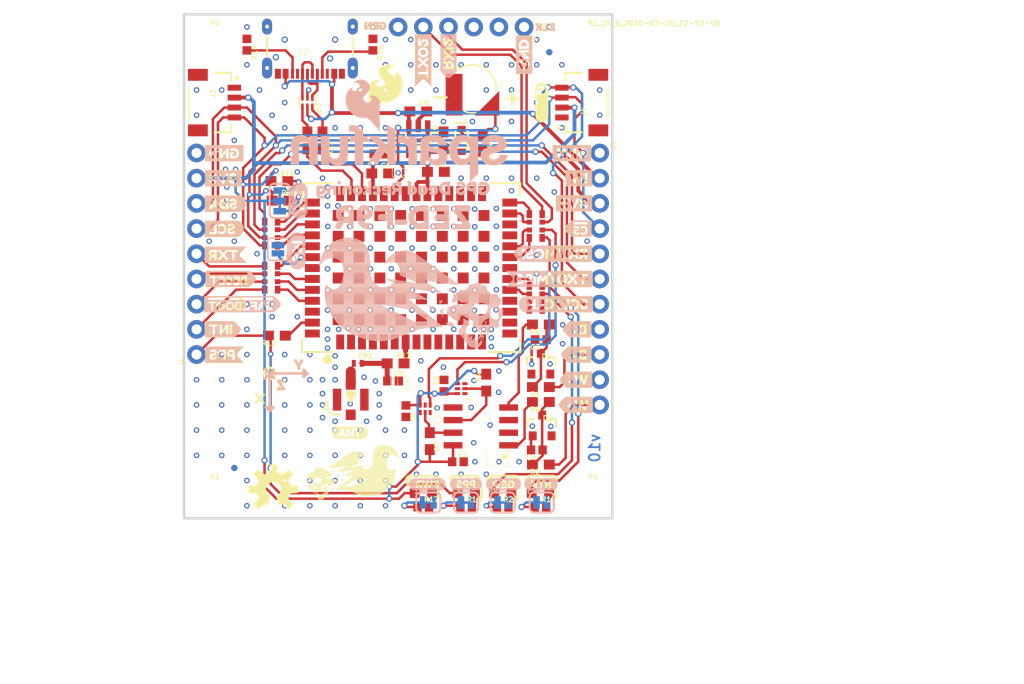
<source format=kicad_pcb>
(kicad_pcb (version 20211014) (generator pcbnew)
  (layers (0 "F.Cu" signal) (31 "B.Cu" signal) (34 "B.Paste" user) (35 "F.Paste" user) (36 "B.SilkS" user "B.Silkscreen") (37 "F.SilkS" user "F.Silkscreen") (38 "B.Mask" user) (39 "F.Mask" user) (44 "Edge.Cuts" user))
  (net 0 "")
  (net 1 "GND")
  (net 2 "3.3V")
  (net 3 "SCL/CLK")
  (net 4 "V_BATT")
  (net 5 "TXO/MISO")
  (net 6 "D_SEL")
  (net 7 "PPS")
  (net 8 "~{RESET}")
  (net 9 "N$2")
  (net 10 "RXI/MOSI")
  (net 11 "N$1")
  (net 12 "N$3")
  (net 13 "RF_IN")
  (net 14 "N$14")
  (net 15 "N$15")
  (net 16 "DMINUS")
  (net 17 "DPLUS")
  (net 18 "VIN")
  (net 19 "N$22")
  (net 20 "N$23")
  (net 21 "N$24")
  (net 22 "N$25")
  (net 23 "RTK_STAT")
  (net 24 "N$4")
  (net 25 "N$8")
  (net 26 "TX_READY")
  (net 27 "INT")
  (net 28 "SDA/~{CS}")
  (net 29 "TXO2")
  (net 30 "RXI2")
  (net 31 "N$5")
  (net 32 "V_RF")
  (net 33 "~{SAFEBOOT}")
  (net 34 "N$6")
  (net 35 "N$7")
  (net 36 "SHIELD")
  (net 37 "N$9")
  (net 38 "N$10")
  (net 39 "GEOF_STAT")
  (net 40 "N$11")
  (net 41 "N$12")
  (net 42 "N$16")
  (net 43 "N$17")
  (net 44 "N$18")
  (net 45 "N$19")
  (net 46 "N$20")
  (net 47 "N$21")
  (net 48 "N$26")
  (net 49 "N$27")
  (net 50 "N$28")
  (net 51 "N$29")
  (net 52 "N$30")
  (net 53 "N$31")
  (net 54 "N$32")
  (net 55 "N$33")
  (net 56 "N$34")
  (net 57 "N$35")
  (net 58 "WT+")
  (net 59 "WT_IN")
  (net 60 "DIR+")
  (net 61 "N$37")
  (net 62 "DIR_IN")
  (net 63 "WT_SCHMITT")
  (net 64 "DIR_SCHMITT")
  (net 65 "WT_OUT")
  (net 66 "DIR_OUT")
  (footprint "boardEagle:0603" (layer "F.Cu") (at 162.89265 117.1726 180)
    (fp_text reference "R1")
    (fp_text value "3.3k")
  )
  (footprint "boardEagle:GND-04" (layer "F.Cu") (at 161.2011 86.0806 90)
    (fp_text reference "U$15" hide)
    (fp_text value "" hide)
  )
  (footprint "boardEagle:PWR10" (layer "F.Cu") (at 149.1361 126.5936)
    (fp_text reference "U$5" hide)
    (fp_text value "" hide)
  )
  (footprint "boardEagle:3V3-04" (layer "F.Cu") (at 163.8935 98.6536)
    (fp_text reference "U$1" hide)
    (fp_text value "" hide)
  )
  (footprint "boardEagle:PPS8" (layer "F.Cu") (at 153.5811 126.5936)
    (fp_text reference "U$4" hide)
    (fp_text value "" hide)
  )
  (footprint "boardEagle:SIP6" (layer "F.Cu") (at 151.2421 119.3546)
    (fp_text reference "U3")
    (fp_text value "UHS_INVERTER_SCHMITT_TRIGGERSIP6")
  )
  (footprint "boardEagle:0402" (layer "F.Cu") (at 162.48625 123.5104 180)
    (fp_text reference "C4")
    (fp_text value "1nF" hide)
  )
  (footprint "boardEagle:0603" (layer "F.Cu") (at 152.3111 95.4786)
    (fp_text reference "C2")
    (fp_text value "1.0uF")
  )
  (footprint "boardEagle:STAND-OFF-TIGHT" (layer "F.Cu") (at 167.5511 127.889)
    (fp_text reference "H4")
    (fp_text value "STAND-OFFTIGHT")
  )
  (footprint "boardEagle:1206_RA" (layer "F.Cu") (at 135.6741 106.1466 -90)
    (fp_text reference "R8" hide)
    (fp_text value "33" hide)
  )
  (footprint "boardEagle:OSHW-LOGO-M" (layer "F.Cu") (at 135.9281 127.4826)
    (fp_text reference "LOGO1" hide)
    (fp_text value "OSHW-LOGOM" hide)
  )
  (footprint "boardEagle:SFE_LOGO_FLAME_.2" (layer "F.Cu") (at 147.2311 87.2236)
    (fp_text reference "U$62" hide)
    (fp_text value "" hide)
  )
  (footprint "boardEagle:STAND-OFF-TIGHT" (layer "F.Cu") (at 129.4511 127.889)
    (fp_text reference "H1")
    (fp_text value "STAND-OFFTIGHT")
  )
  (footprint "boardEagle:LED-0603" (layer "F.Cu") (at 151.0411 127.8636)
    (fp_text reference "D4")
    (fp_text value "RED")
  )
  (footprint "boardEagle:SCL-[)" (layer "F.Cu") (at 128.5621 101.219)
    (fp_text reference "U$67" hide)
    (fp_text value "" hide)
  )
  (footprint "boardEagle:0603" (layer "F.Cu") (at 150.5331 89.3826)
    (fp_text reference "C9")
    (fp_text value "1.0uF")
  )
  (footprint "boardEagle:1206_RA" (layer "F.Cu") (at 162.3441 108.1786 -90)
    (fp_text reference "R11" hide)
    (fp_text value "33" hide)
  )
  (footprint "boardEagle:X1" (layer "F.Cu") (at 133.1341 118.3386)
    (fp_text reference "U$32" hide)
    (fp_text value "" hide)
  )
  (footprint "boardEagle:0603" (layer "F.Cu") (at 151.6965 122.6214 -90)
    (fp_text reference "R7")
    (fp_text value "910")
  )
  (footprint "boardEagle:0402" (layer "F.Cu") (at 146.6215 93.6752 180)
    (fp_text reference "R3")
    (fp_text value "100K")
  )
  (footprint "boardEagle:SOD-323" (layer "F.Cu") (at 154.9019 92.3036 -90)
    (fp_text reference "D8")
    (fp_text value "0.5A/40V/420mV")
  )
  (footprint "boardEagle:ML414H_IV01E" (layer "F.Cu") (at 155.9941 87.0966 -90)
    (fp_text reference "BT1")
    (fp_text value "ML414H_IV01E_BATTERY")
  )
  (footprint "boardEagle:USB-C-16P-2LAYER-PADS" (layer "F.Cu") (at 139.6111 85.9282 180)
    (fp_text reference "J2")
    (fp_text value "")
  )
  (footprint "boardEagle:0402" (layer "F.Cu") (at 155.3591 129.2606)
    (fp_text reference "R18")
    (fp_text value "1KOHM-0402-1/16W-1%")
  )
  (footprint "boardEagle:GEO1" (layer "F.Cu") (at 157.2641 126.5936)
    (fp_text reference "U$56" hide)
    (fp_text value "" hide)
  )
  (footprint "boardEagle:SOT886" (layer "F.Cu") (at 139.3571 88.4428 -90)
    (fp_text reference "D3")
    (fp_text value "PRTR5V0U2F")
  )
  (footprint "boardEagle:CS#-_]-04" (layer "F.Cu") (at 165.0111 101.1936)
    (fp_text reference "U$26" hide)
    (fp_text value "" hide)
  )
  (footprint "boardEagle:0603" (layer "F.Cu") (at 162.89265 110.8686 180)
    (fp_text reference "R5")
    (fp_text value "470")
  )
  (footprint "boardEagle:0402" (layer "F.Cu") (at 162.89265 112.3916 180)
    (fp_text reference "C3")
    (fp_text value "1nF" hide)
  )
  (footprint "boardEagle:1X11_NO_SILK" (layer "F.Cu") (at 168.8211 93.5736 -90)
    (fp_text reference "J5")
    (fp_text value "")
  )
  (footprint "boardEagle:0402" (layer "F.Cu") (at 147.9931 116.5606)
    (fp_text reference "C8")
    (fp_text value "47pF")
  )
  (footprint "boardEagle:GRN1" (layer "F.Cu") (at 144.3101 80.7466)
    (fp_text reference "U$23" hide)
    (fp_text value "" hide)
  )
  (footprint "boardEagle:QWIIC_4MM" (layer "F.Cu") (at 162.9791 88.4936 -90)
    (fp_text reference "LOGO2" hide)
    (fp_text value "QWIIC_LOGO_4MM" hide)
  )
  (footprint "boardEagle:W#2" (layer "F.Cu") (at 164.6301 118.9482)
    (fp_text reference "U$9" hide)
    (fp_text value "" hide)
  )
  (footprint "boardEagle:0603" (layer "F.Cu") (at 136.6588 98.374172)
    (fp_text reference "R23")
    (fp_text value "2.2k" hide)
  )
  (footprint "boardEagle:GND-04" (layer "F.Cu") (at 163.6141 93.599)
    (fp_text reference "U$2" hide)
    (fp_text value "" hide)
  )
  (footprint "boardEagle:SDA-[)" (layer "F.Cu") (at 128.5621 98.6536)
    (fp_text reference "U$68" hide)
    (fp_text value "" hide)
  )
  (footprint "boardEagle:0603" (layer "F.Cu") (at 139.3571 92.3036 -90)
    (fp_text reference "R22")
    (fp_text value "27")
  )
  (footprint "boardEagle:D#0" (layer "F.Cu") (at 164.9111 113.8952)
    (fp_text reference "U$3" hide)
    (fp_text value "" hide)
  )
  (footprint "boardEagle:SOT23-3" (layer "F.Cu") (at 163.01965 121.0892)
    (fp_text reference "D2")
    (fp_text value "15V" hide)
  )
  (footprint "boardEagle:0603" (layer "F.Cu") (at 148.2471 114.7826)
    (fp_text reference "R13")
    (fp_text value "33")
  )
  (footprint "boardEagle:Y2" (layer "F.Cu") (at 137.0711 114.9096)
    (fp_text reference "U$50" hide)
    (fp_text value "" hide)
  )
  (footprint "boardEagle:W#3" (layer "F.Cu") (at 164.6817 116.4336)
    (fp_text reference "U$10" hide)
    (fp_text value "" hide)
  )
  (footprint "boardEagle:GND-04" (layer "F.Cu") (at 128.5621 93.599)
    (fp_text reference "U$71" hide)
    (fp_text value "" hide)
  )
  (footprint "boardEagle:0603" (layer "F.Cu") (at 146.6977 95.631)
    (fp_text reference "C5")
    (fp_text value "1.0uF")
  )
  (footprint "boardEagle:JST04_1MM_RA" (layer "F.Cu") (at 131.9911 88.4936 -90)
    (fp_text reference "J3")
    (fp_text value "QWIIC_RIGHT_ANGLE")
  )
  (footprint "boardEagle:1X09_NO_SILK" (layer "F.Cu") (at 128.1811 113.8936 90)
    (fp_text reference "J6")
    (fp_text value "")
  )
  (footprint "boardEagle:3V3-04" (layer "F.Cu") (at 128.5621 96.1136)
    (fp_text reference "U$70" hide)
    (fp_text value "" hide)
  )
  (footprint "boardEagle:SOP_8-PIN" (layer "F.Cu") (at 156.7201 121.0096 180)
    (fp_text reference "U1")
    (fp_text value "DUAL-OPTO_HCPL-073L")
  )
  (footprint "boardEagle:#SFBT0" (layer "F.Cu") (at 128.3081 108.8136)
    (fp_text reference "U$55" hide)
    (fp_text value "" hide)
  )
  (footprint "boardEagle:0402" (layer "F.Cu") (at 149.2883 119.5988 -90)
    (fp_text reference "C7")
    (fp_text value "0.1uF")
  )
  (footprint "boardEagle:LED-0603" (layer "F.Cu") (at 155.3591 127.8636)
    (fp_text reference "D5")
    (fp_text value "BLUE")
  )
  (footprint "boardEagle:0402" (layer "F.Cu") (at 133.2611 82.6516 -90)
    (fp_text reference "R14")
    (fp_text value "5.1k")
  )
  (footprint "boardEagle:0402_MURATA" (layer "F.Cu") (at 144.4371 114.7826)
    (fp_text reference "FB1")
    (fp_text value "120NH")
  )
  (footprint "boardEagle:TXO21" (layer "F.Cu") (at 151.0157 86.9696 90)
    (fp_text reference "U$16" hide)
    (fp_text value "" hide)
  )
  (footprint "boardEagle:UBLOX_ZED_F9R" (layer "F.Cu") (at 149.7711 105.0036)
    (fp_text reference "U2")
    (fp_text value "U-BLOX_ZED_F9R")
  )
  (footprint "boardEagle:0402" (layer "F.Cu") (at 159.0421 129.2606)
    (fp_text reference "R20")
    (fp_text value "1KOHM-0402-1/16W-1%")
  )
  (footprint "boardEagle:#RESET1" (layer "F.Cu") (at 128.4351 106.2736)
    (fp_text reference "U$44" hide)
    (fp_text value "" hide)
  )
  (footprint "boardEagle:TXR0" (layer "F.Cu") (at 128.4859 103.8352)
    (fp_text reference "U$18" hide)
    (fp_text value "" hide)
  )
  (footprint "boardEagle:CREATIVE_COMMONS" (layer "F.Cu") (at 128.6891 146.6596)
    (fp_text reference "FRAME1" hide)
    (fp_text value "FRAME-LEDGER" hide)
  )
  (footprint "boardEagle:DEAD#RECKONING#GPS#BOARD#SILK#FINAL#JPG" (layer "F.Cu") (at 143.9291 125.7046)
    (fp_text reference "U$20" hide)
    (fp_text value "" hide)
  )
  (footprint "boardEagle:5V" (layer "F.Cu") (at 164.8587 96.1136)
    (fp_text reference "U$11" hide)
    (fp_text value "" hide)
  )
  (footprint "boardEagle:0402" (layer "F.Cu") (at 145.9611 82.6516 -90)
    (fp_text reference "R15")
    (fp_text value "5.1k")
  )
  (footprint "boardEagle:0402" (layer "F.Cu") (at 153.1241 117.0276 90)
    (fp_text reference "C6")
    (fp_text value "0.1uF")
  )
  (footprint "boardEagle:0402" (layer "F.Cu") (at 151.0411 129.2606)
    (fp_text reference "R17")
    (fp_text value "1KOHM-0402-1/16W-1%" hide)
  )
  (footprint "boardEagle:0603" (layer "F.Cu") (at 157.3861 116.7228 90)
    (fp_text reference "R4")
    (fp_text value "910")
  )
  (footprint "boardEagle:INT1" (layer "F.Cu") (at 128.4859 111.3536)
    (fp_text reference "U$12" hide)
    (fp_text value "" hide)
  )
  (footprint "boardEagle:1206_RA" (layer "F.Cu") (at 162.3441 100.9396 -90)
    (fp_text reference "R10" hide)
    (fp_text value "33" hide)
  )
  (footprint "boardEagle:JST04_1MM_RA" (layer "F.Cu") (at 165.0111 88.4936 90)
    (fp_text reference "J4")
    (fp_text value "QWIIC_RIGHT_ANGLE")
  )
  (footprint "boardEagle:0402" (layer "F.Cu") (at 162.8521 129.2606)
    (fp_text reference "R19")
    (fp_text value "1KOHM-0402-1/16W-1%")
  )
  (footprint "boardEagle:MISO-(]-04" (layer "F.Cu") (at 163.2331 106.299)
    (fp_text reference "U$66" hide)
    (fp_text value "" hide)
  )
  (footprint "boardEagle:0603" (layer "F.Cu") (at 153.0731 92.3036 90)
    (fp_text reference "C10")
    (fp_text value "1.0uF")
  )
  (footprint "boardEagle:0603" (layer "F.Cu") (at 162.89265 124.984 180)
    (fp_text reference "R2")
    (fp_text value "3.3k")
  )
  (footprint "boardEagle:LED-0603" (layer "F.Cu") (at 159.0421 127.8636)
    (fp_text reference "D7")
    (fp_text value "BLUE")
  )
  (footprint "boardEagle:1X06_NO_SILK" (layer "F.Cu") (at 161.2011 80.8736 180)
    (fp_text reference "J7")
    (fp_text value "")
  )
  (footprint "boardEagle:RXI22" (layer "F.Cu") (at 153.5303 86.1314 90)
    (fp_text reference "U$14" hide)
    (fp_text value "" hide)
  )
  (footprint "boardEagle:ANT0" (layer "F.Cu") (at 141.7701 121.7676)
    (fp_text reference "U$49" hide)
    (fp_text value "" hide)
  )
  (footprint "boardEagle:PPS4" (layer "F.Cu") (at 128.5875 113.9444)
    (fp_text reference "U$13" hide)
    (fp_text value "" hide)
  )
  (footprint "boardEagle:0603" (layer "F.Cu") (at 157.0355 92.5576 -90)
    (fp_text reference "R24")
    (fp_text value "3.3k")
  )
  (footprint "boardEagle:0603" (layer "F.Cu") (at 136.2778 111.9886 180)
    (fp_text reference "R12")
    (fp_text value "33")
  )
  (footprint "boardEagle:BLK2" (layer "F.Cu") (at 161.7091 80.8736)
    (fp_text reference "U$21" hide)
    (fp_text value "" hide)
  )
  (footprint "boardEagle:SIP6" (layer "F.Cu") (at 154.8511 117.3236 90)
    (fp_text reference "U4")
    (fp_text value "UHS_INVERTER_SCHMITT_TRIGGERSIP6")
  )
  (footprint "boardEagle:MOSI-(]-04" (layer "F.Cu") (at 163.1569 103.7082)
    (fp_text reference "U$69" hide)
    (fp_text value "" hide)
  )
  (footprint "boardEagle:1206_RA" (layer "F.Cu") (at 135.6741 101.7016 -90)
    (fp_text reference "R9" hide)
    (fp_text value "33" hide)
  )
  (footprint "boardEagle:STAND-OFF-TIGHT" (layer "F.Cu") (at 129.4511 82.1436)
    (fp_text reference "H2")
    (fp_text value "STAND-OFFTIGHT")
  )
  (footprint "boardEagle:FIDUCIAL-MICRO" (layer "F.Cu") (at 131.9911 125.3236)
    (fp_text reference "FD1" hide)
    (fp_text value "FIDUCIALUFIDUCIAL" hide)
  )
  (footprint "boardEagle:0402" (layer "F.Cu") (at 154.5311 124.7016)
    (fp_text reference "C1")
    (fp_text value "0.1uF" hide)
  )
  (footprint "boardEagle:SOT23-5" (layer "F.Cu") (at 150.5331 92.1766 180)
    (fp_text reference "U5")
    (fp_text value "3.3V")
  )
  (footprint "boardEagle:STAND-OFF-TIGHT" (layer "F.Cu") (at 167.5511 82.1436)
    (fp_text reference "$1_25_$_2020-03-30_22-52-05")
    (fp_text value "STAND-OFFTIGHT")
  )
  (footprint "boardEagle:D#1" (layer "F.Cu") (at 165.0627 111.3536)
    (fp_text reference "U$6" hide)
    (fp_text value "" hide)
  )
  (footprint "boardEagle:Z0" (layer "F.Cu") (at 135.2931 116.9416)
    (fp_text reference "U$63" hide)
    (fp_text value "" hide)
  )
  (footprint "boardEagle:0603" (layer "F.Cu") (at 162.89265 118.6756 180)
    (fp_text reference "R6")
    (fp_text value "470")
  )
  (footprint "boardEagle:FIDUCIAL-MICRO" (layer "F.Cu") (at 163.7411 83.4136)
    (fp_text reference "FD3" hide)
    (fp_text value "FIDUCIALUFIDUCIAL" hide)
  )
  (footprint "boardEagle:SOT23-3" (layer "F.Cu") (at 162.89265 114.8626)
    (fp_text reference "D1")
    (fp_text value "15V" hide)
  )
  (footprint "boardEagle:LED-0603" (layer "F.Cu") (at 162.8521 127.8636)
    (fp_text reference "D6")
    (fp_text value "BLUE")
  )
  (footprint "boardEagle:U.FL" (layer "F.Cu") (at 143.7259 118.4402 90)
    (fp_text reference "J1")
    (fp_text value "U.FL")
  )
  (footprint "boardEagle:0603" (layer "F.Cu") (at 136.5318 96.402557)
    (fp_text reference "R16")
    (fp_text value "2.2k" hide)
  )
  (footprint "boardEagle:RTK9" (layer "F.Cu") (at 161.2011 126.5936)
    (fp_text reference "U$8" hide)
    (fp_text value "" hide)
  )
  (footprint "boardEagle:SCLK1" (layer "F.Cu") (at 163.2585 108.8136)
    (fp_text reference "U$17" hide)
    (fp_text value "" hide)
  )
  (footprint "boardEagle:0603" (layer "F.Cu") (at 140.8811 92.3036 -90)
    (fp_text reference "R21")
    (fp_text value "27")
  )
  (footprint "boardEagle:SCL#CLK2" (layer "B.Cu") (at 168.5671 108.8136 180)
    (fp_text reference "U$38" hide)
    (fp_text value "" hide)
  )
  (footprint "boardEagle:PWR10" (layer "B.Cu") (at 153.3271 126.9746 180)
    (fp_text reference "U$48" hide)
    (fp_text value "" hide)
  )
  (footprint "boardEagle:DEAD#RECKONING#GPS#BOARD#SILK#FINAL#JPG" (layer "B.Cu") (at 149.7711 107.5436 180)
    (fp_text reference "U$19" hide)
    (fp_text value "" hide)
  )
  (footprint "boardEagle:SMT-JUMPER_2_NO_SILK" (layer "B.Cu") (at 136.3853 103.2764 90)
    (fp_text reference "JP5")
    (fp_text value "JUMPER-SMT_2_NO_SILK")
  )
  (footprint "boardEagle:#RESET2" (layer "B.Cu") (at 134.4041 106.2736 180)
    (fp_text reference "U$7" hide)
    (fp_text value "" hide)
  )
  (footprint "boardEagle:CS#-[_-04" (layer "B.Cu") (at 168.6941 101.1936 180)
    (fp_text reference "U$59" hide)
    (fp_text value "" hide)
  )
  (footprint "boardEagle:INT2" (layer "B.Cu") (at 132.7531 111.3536 180)
    (fp_text reference "U$24" hide)
    (fp_text value "" hide)
  )
  (footprint "boardEagle:TXO#MISO1" (layer "B.Cu") (at 168.5671 106.2736 180)
    (fp_text reference "U$37" hide)
    (fp_text value "" hide)
  )
  (footprint "boardEagle:SMT-JUMPER_2_NC_TRACE_SILK" (layer "B.Cu") (at 162.9791 128.8034 180)
    (fp_text reference "JP3")
    (fp_text value "JUMPER-SMT_2_NC_TRACE_SILK")
  )
  (footprint "boardEagle:3V3-04" (layer "B.Cu") (at 133.1849 96.139 180)
    (fp_text reference "U$40" hide)
    (fp_text value "" hide)
  )
  (footprint "boardEagle:ZED#F9R0" (layer "B.Cu") (at 157.8991 100.0506 180)
    (fp_text reference "U$51" hide)
    (fp_text value "" hide)
  )
  (footprint "boardEagle:SDA4" (layer "B.Cu") (at 133.2103 98.7044 180)
    (fp_text reference "U$42" hide)
    (fp_text value "" hide)
  )
  (footprint "boardEagle:RXI#MOSI0" (layer "B.Cu") (at 168.5671 103.7336 180)
    (fp_text reference "U$30" hide)
    (fp_text value "" hide)
  )
  (footprint "boardEagle:SMT-JUMPER_2_NC_TRACE_SILK" (layer "B.Cu") (at 159.0421 128.8034 180)
    (fp_text reference "JP4")
    (fp_text value "JUMPER-SMT_2_NC_TRACE_SILK")
  )
  (footprint "boardEagle:#SAFEBOOT3" (layer "B.Cu") (at 136.9441 108.8136 180)
    (fp_text reference "U$28" hide)
    (fp_text value "" hide)
  )
  (footprint "boardEagle:I_SUPER2_C-()-04" (layer "B.Cu") (at 138.54239 100.2683 90)
    (fp_text reference "U$46" hide)
    (fp_text value "" hide)
  )
  (footprint "boardEagle:W#2" (layer "B.Cu") (at 168.5901 118.9736 180)
    (fp_text reference "U$61" hide)
    (fp_text value "" hide)
  )
  (footprint "boardEagle:SPI4" (layer "B.Cu") (at 138.3411 105.3846 90)
    (fp_text reference "U$45" hide)
    (fp_text value "" hide)
  )
  (footprint "boardEagle:PPS1" (layer "B.Cu") (at 133.0071 113.8936 180)
    (fp_text reference "U$27" hide)
    (fp_text value "" hide)
  )
  (footprint "boardEagle:RTK9" (layer "B.Cu") (at 164.6301 126.9746 180)
    (fp_text reference "U$22" hide)
    (fp_text value "" hide)
  )
  (footprint "boardEagle:GRN1" (layer "B.Cu") (at 147.9931 80.7466 180)
    (fp_text reference "U$53" hide)
    (fp_text value "" hide)
  )
  (footprint "boardEagle:5V" (layer "B.Cu") (at 168.5671 96.1136 180)
    (fp_text reference "U$33" hide)
    (fp_text value "" hide)
  )
  (footprint "boardEagle:Y2" (layer "B.Cu") (at 139.8651 114.9096 180)
    (fp_text reference "U$52" hide)
    (fp_text value "" hide)
  )
  (footprint "boardEagle:SMT-JUMPER_2_NC_TRACE_SILK" (layer "B.Cu") (at 151.5491 128.8034 180)
    (fp_text reference "JP1")
    (fp_text value "JUMPER-SMT_2_NC_TRACE_SILK")
  )
  (footprint "boardEagle:SCL5" (layer "B.Cu") (at 132.9817 101.219 180)
    (fp_text reference "U$39" hide)
    (fp_text value "" hide)
  )
  (footprint "boardEagle:PPS8" (layer "B.Cu") (at 157.0101 126.9746 180)
    (fp_text reference "U$47" hide)
    (fp_text value "" hide)
  )
  (footprint "boardEagle:3V3-04" (layer "B.Cu") (at 168.5671 98.6536 180)
    (fp_text reference "U$29" hide)
    (fp_text value "" hide)
  )
  (footprint "boardEagle:GND-04" (layer "B.Cu") (at 168.4401 93.599 180)
    (fp_text reference "U$31" hide)
    (fp_text value "" hide)
  )
  (footprint "boardEagle:TXO21" (layer "B.Cu") (at 151.0411 86.9696 90)
    (fp_text reference "U$36" hide)
    (fp_text value "" hide)
  )
  (footprint "boardEagle:W#3" (layer "B.Cu") (at 168.5901 116.4336 180)
    (fp_text reference "U$65" hide)
    (fp_text value "" hide)
  )
  (footprint "boardEagle:FIDUCIAL-MICRO" (layer "B.Cu") (at 131.9911 125.3236 180)
    (fp_text reference "FD2" hide)
    (fp_text value "FIDUCIALUFIDUCIAL" hide)
  )
  (footprint "boardEagle:Z0" (layer "B.Cu") (at 138.0871 116.9416 180)
    (fp_text reference "U$57" hide)
    (fp_text value "" hide)
  )
  (footprint "boardEagle:D#0" (layer "B.Cu") (at 168.4401 113.8936 180)
    (fp_text reference "U$60" hide)
    (fp_text value "" hide)
  )
  (footprint "boardEagle:SFE_LOGO_NAME_FLAME_.2" (layer "B.Cu") (at 148.5011 93.5736 180)
    (fp_text reference "LOGO3" hide)
    (fp_text value "SFE_LOGO_NAME_FLAME.2_INCH" hide)
  )
  (footprint "boardEagle:TXR3" (layer "B.Cu") (at 133.3373 103.8352 180)
    (fp_text reference "U$43" hide)
    (fp_text value "" hide)
  )
  (footprint "boardEagle:SMT-JUMPER_3_2-NC_TRACE_SILK" (layer "B.Cu") (at 136.5631 98.3996 90)
    (fp_text reference "JP6")
    (fp_text value "JUMPER-SMT_3_2-NC_TRACE_SILK")
  )
  (footprint "boardEagle:D#1" (layer "B.Cu") (at 168.4401 111.3536 180)
    (fp_text reference "U$64" hide)
    (fp_text value "" hide)
  )
  (footprint "boardEagle:GND-04" (layer "B.Cu") (at 161.2011 86.0806 90)
    (fp_text reference "U$34" hide)
    (fp_text value "" hide)
  )
  (footprint "boardEagle:GEO1" (layer "B.Cu") (at 160.9471 126.9746 180)
    (fp_text reference "U$58" hide)
    (fp_text value "" hide)
  )
  (footprint "boardEagle:GND-04" (layer "B.Cu") (at 133.3881 93.599 180)
    (fp_text reference "U$41" hide)
    (fp_text value "" hide)
  )
  (footprint "boardEagle:RXI28" (layer "B.Cu") (at 153.5811 86.0806 90)
    (fp_text reference "U$35" hide)
    (fp_text value "" hide)
  )
  (footprint "boardEagle:BLK2" (layer "B.Cu") (at 165.0111 80.8736 180)
    (fp_text reference "U$54" hide)
    (fp_text value "" hide)
  )
  (footprint "boardEagle:FIDUCIAL-MICRO" (layer "B.Cu") (at 163.7411 83.4136 180)
    (fp_text reference "FD4" hide)
    (fp_text value "FIDUCIALUFIDUCIAL" hide)
  )
  (footprint "boardEagle:GPS_DEAD_RECKONING0" (layer "B.Cu") (at 158.9151 97.1296 180)
    (fp_text reference "U$25" hide)
    (fp_text value "" hide)
  )
  (footprint "boardEagle:SMT-JUMPER_2_NC_TRACE_SILK" (layer "B.Cu") (at 155.3591 128.8034 180)
    (fp_text reference "JP2")
    (fp_text value "JUMPER-SMT_2_NC_TRACE_SILK")
  )
  (gr_line (start 135.5471 119.6086) (end 135.5471 115.7986) (layer "B.SilkS") (width 0.254))
  (gr_line (start 135.9281 119.2276) (end 135.1661 119.2276) (layer "B.SilkS") (width 0.254))
  (gr_line (start 135.957109 115.413991) (end 135.059084 116.312016) (layer "B.SilkS") (width 0.254))
  (gr_line (start 138.9761 115.4176) (end 138.9761 116.1796) (layer "B.SilkS") (width 0.254))
  (gr_line (start 139.3571 115.7986) (end 138.9761 115.4176) (layer "B.SilkS") (width 0.254))
  (gr_line (start 138.9761 116.1796) (end 139.3571 115.7986) (layer "B.SilkS") (width 0.254))
  (gr_line (start 135.5471 115.7986) (end 139.3571 115.7986) (layer "B.SilkS") (width 0.254))
  (gr_line (start 135.1661 119.2276) (end 135.5471 119.6086) (layer "B.SilkS") (width 0.254))
  (gr_line (start 135.111687 115.363191) (end 136.009712 116.261216) (layer "B.SilkS") (width 0.254))
  (gr_line (start 135.5471 119.6086) (end 135.9281 119.2276) (layer "B.SilkS") (width 0.254))
  (gr_circle (center 135.5471 115.7986) (end 136.115059 115.7986) (layer "F.SilkS") (width 0.254) (fill none))
  (gr_line (start 138.9761 115.4176) (end 138.9761 116.1796) (layer "F.SilkS") (width 0.254))
  (gr_line (start 135.5471 115.7986) (end 139.3571 115.7986) (layer "F.SilkS") (width 0.254))
  (gr_line (start 135.1661 119.2276) (end 135.9281 119.2276) (layer "F.SilkS") (width 0.254))
  (gr_line (start 135.5471 119.6086) (end 135.5471 115.7986) (layer "F.SilkS") (width 0.254))
  (gr_line (start 135.9281 119.2276) (end 135.5471 119.6086) (layer "F.SilkS") (width 0.254))
  (gr_line (start 138.9761 116.1796) (end 139.3571 115.7986) (layer "F.SilkS") (width 0.254))
  (gr_line (start 139.3571 115.7986) (end 138.9761 115.4176) (layer "F.SilkS") (width 0.254))
  (gr_line (start 135.5471 119.6086) (end 135.1661 119.2276) (layer "F.SilkS") (width 0.254))
  (gr_line (start 170.0911 79.6036) (end 170.0911 130.4036) (layer "Edge.Cuts") (width 0.254))
  (gr_line (start 170.0911 130.4036) (end 126.9111 130.4036) (layer "Edge.Cuts") (width 0.254))
  (gr_line (start 126.9111 79.6036) (end 170.0911 79.6036) (layer "Edge.Cuts") (width 0.254))
  (gr_line (start 126.9111 130.4036) (end 126.9111 79.6036) (layer "Edge.Cuts") (width 0.254))
  (gr_text "v10" (at 168.9481 121.7676 -270) (layer "B.Cu") (effects (font (size 1.0795 1.0795) (thickness 0.1905)) (justify left bottom mirror)))
  (gr_text "-" (at 151.6761 88.7476) (layer "F.SilkS") (effects (font (size 1.5113 1.5113) (thickness 0.2667)) (justify left bottom)))
  (gr_text "+" (at 158.9151 88.8746) (layer "F.SilkS") (effects (font (size 1.5113 1.5113) (thickness 0.2667)) (justify left bottom)))
  (segment (start 161.90625 122.2526) (end 162.06965 122.0892) (width 0.254) (layer "F.Cu") (net 1))
  (segment (start 150.5331 90.8765) (end 150.5331 90.2326) (width 0.381) (layer "F.Cu") (net 1))
  (segment (start 150.5331 90.2326) (end 151.3831 89.3826) (width 0.381) (layer "F.Cu") (net 1))
  (segment (start 139.3571 87.3506) (end 139.4841 87.2236) (width 0.254) (layer "F.Cu") (net 1))
  (segment (start 161.90625 123.5104) (end 161.90625 122.2526) (width 0.254) (layer "F.Cu") (net 1))
  (segment (start 162.31265 112.3916) (end 161.9631 112.74115) (width 0.254) (layer "F.Cu") (net 1))
  (segment (start 161.9631 112.74115) (end 161.9631 114.8588) (width 0.254) (layer "F.Cu") (net 1))
  (segment (start 139.3571 88.0128) (end 139.3571 87.3506) (width 0.254) (layer "F.Cu") (net 1))
  (via (at 155.9941 90.3986) (size 0.5588) (drill 0.3048) (layers "F.Cu" "B.Cu") (net 1))
  (via (at 162.4711 96.1136) (size 0.5588) (drill 0.3048) (layers "F.Cu" "B.Cu") (net 1))
  (via (at 165.0111 91.0336) (size 0.5588) (drill 0.3048) (layers "F.Cu" "B.Cu") (net 1))
  (via (at 152.0301 105.247) (size 0.5588) (drill 0.3048) (layers "F.Cu" "B.Cu") (net 1))
  (via (at 141.3891 113.248) (size 0.5588) (drill 0.3048) (layers "F.Cu" "B.Cu") (net 1))
  (via (at 152.0301 103.1642) (size 0.5588) (drill 0.3048) (layers "F.Cu" "B.Cu") (net 1))
  (via (at 145.9611 80.8736) (size 0.5588) (drill 0.3048) (layers "F.Cu" "B.Cu") (net 1))
  (via (at 157.8991 112.2066) (size 0.5588) (drill 0.3048) (layers "F.Cu" "B.Cu") (net 1))
  (via (at 154.1129 100.9798) (size 0.5588) (drill 0.3048) (layers "F.Cu" "B.Cu") (net 1))
  (via (at 158.4055 107.3552) (size 0.5588) (drill 0.3048) (layers "F.Cu" "B.Cu") (net 1))
  (via (at 149.1361 121.5136) (size 0.5588) (drill 0.3048) (layers "F.Cu" "B.Cu") (net 1))
  (via (at 148.5011 95.5802) (size 0.5588) (drill 0.3048) (layers "F.Cu" "B.Cu") (net 1))
  (via (at 147.8137 105.247) (size 0.5588) (drill 0.3048) (layers "F.Cu" "B.Cu") (net 1))
  (via (at 149.7711 87.2236) (size 0.5588) (drill 0.3048) (layers "F.Cu" "B.Cu") (net 1))
  (via (at 158.3801 109.3872) (size 0.5588) (drill 0.3048) (layers "F.Cu" "B.Cu") (net 1))
  (via (at 128.1811 116.4336) (size 0.5588) (drill 0.3048) (layers "F.Cu" "B.Cu") (net 1))
  (via (at 140.8811 120.2436) (size 0.5588) (drill 0.3048) (layers "F.Cu" "B.Cu") (net 1))
  (via (at 152.0301 111.343) (size 0.5588) (drill 0.3048) (layers "F.Cu" "B.Cu") (net 1))
  (via (at 158.4055 99.1764) (size 0.5588) (drill 0.3048) (layers "F.Cu" "B.Cu") (net 1))
  (via (at 146.5961 118.9736) (size 0.5588) (drill 0.3048) (layers "F.Cu" "B.Cu") (net 1))
  (via (at 138.3411 110.0836) (size 0.5588) (drill 0.3048) (layers "F.Cu" "B.Cu") (net 1))
  (via (at 157.3911 87.2236) (size 0.5588) (drill 0.3048) (layers "F.Cu" "B.Cu") (net 1))
  (via (at 144.6911 121.5136) (size 0.5588) (drill 0.3048) (layers "F.Cu" "B.Cu") (net 1))
  (via (at 152.3111 125.9586) (size 0.5588) (drill 0.3048) (layers "F.Cu" "B.Cu") (net 1))
  (via (at 158.4055 100.9544) (size 0.5588) (drill 0.3048) (layers "F.Cu" "B.Cu") (net 1))
  (via (at 137.0711 124.0536) (size 0.5588) (drill 0.3048) (layers "F.Cu" "B.Cu") (net 1))
  (via (at 152.0047 109.4126) (size 0.5588) (drill 0.3048) (layers "F.Cu" "B.Cu") (net 1))
  (via (at 156.2211 101.0052) (size 0.5588) (drill 0.3048) (layers "F.Cu" "B.Cu") (net 1))
  (via (at 165.0873 112.8014) (size 0.5588) (drill 0.3048) (layers "F.Cu" "B.Cu") (net 1))
  (via (at 157.3911 84.6836) (size 0.5588) (drill 0.3048) (layers "F.Cu" "B.Cu") (net 1))
  (via (at 139.6111 124.0536) (size 0.5588) (drill 0.3048) (layers "F.Cu" "B.Cu") (net 1))
  (via (at 149.9219 107.3806) (size 0.5588) (drill 0.3048) (layers "F.Cu" "B.Cu") (net 1))
  (via (at 153.0731 90.3986) (size 0.5588) (drill 0.3048) (layers "F.Cu" "B.Cu") (net 1))
  (via (at 145.3261 120.6246) (size 0.5588) (drill 0.3048) (layers "F.Cu" "B.Cu") (net 1))
  (via (at 139.6111 121.5136) (size 0.5588) (drill 0.3048) (layers "F.Cu" "B.Cu") (net 1))
  (via (at 131.9911 92.3036) (size 0.5588) (drill 0.3048) (layers "F.Cu" "B.Cu") (net 1))
  (via (at 130.7211 124.0536) (size 0.5588) (drill 0.3048) (layers "F.Cu" "B.Cu") (net 1))
  (via (at 131.9911 99.9236) (size 0.5588) (drill 0.3048) (layers "F.Cu" "B.Cu") (net 1))
  (via (at 161.9631 114.8588) (size 0.5588) (drill 0.3048) (layers "F.Cu" "B.Cu") (net 1))
  (via (at 141.3891 97.9318) (size 0.5588) (drill 0.3048) (layers "F.Cu" "B.Cu") (net 1))
  (via (at 147.8137 99.2018) (size 0.5588) (drill 0.3048) (layers "F.Cu" "B.Cu") (net 1))
  (via (at 150.7871 114.5286) (size 0.5588) (drill 0.3048) (layers "F.Cu" "B.Cu") (net 1))
  (via (at 146.5961 120.2436) (size 0.5588) (drill 0.3048) (layers "F.Cu" "B.Cu") (net 1))
  (via (at 137.0711 129.1336) (size 0.5588) (drill 0.3048) (layers "F.Cu" "B.Cu") (net 1))
  (via (at 143.6227 100.9798) (size 0.5588) (drill 0.3048) (layers "F.Cu" "B.Cu") (net 1))
  (via (at 128.1811 121.5136) (size 0.5588) (drill 0.3048) (layers "F.Cu" "B.Cu") (net 1))
  (via (at 145.6801 109.4126) (size 0.5588) (drill 0.3048) (layers "F.Cu" "B.Cu") (net 1))
  (via (at 152.0301 107.3806) (size 0.5588) (drill 0.3048) (layers "F.Cu" "B.Cu") (net 1))
  (via (at 152.0301 99.2018) (size 0.5588) (drill 0.3048) (layers "F.Cu" "B.Cu") (net 1))
  (via (at 163.7411 80.8736) (size 0.5588) (drill 0.3048) (layers "F.Cu" "B.Cu") (net 1))
  (via (at 150.3553 125.9586) (size 0.5588) (drill 0.3048) (layers "F.Cu" "B.Cu") (net 1))
  (via (at 133.2611 113.8936) (size 0.5588) (drill 0.3048) (layers "F.Cu" "B.Cu") (net 1))
  (via (at 140.8811 116.4336) (size 0.5588) (drill 0.3048) (layers "F.Cu" "B.Cu") (net 1))
  (via (at 131.2291 98.2726) (size 0.5588) (drill 0.3048) (layers "F.Cu" "B.Cu") (net 1))
  (via (at 145.7055 103.1642) (size 0.5588) (drill 0.3048) (layers "F.Cu" "B.Cu") (net 1))
  (via (at 167.5511 102.4636) (size 0.5588) (drill 0.3048) (layers "F.Cu" "B.Cu") (net 1))
  (via (at 128.1811 89.7636) (size 0.5588) (drill 0.3048) (layers "F.Cu" "B.Cu") (net 1))
  (via (at 162.0393 121.1072) (size 0.5588) (drill 0.3048) (layers "F.Cu" "B.Cu") (net 1))
  (via (at 168.8211 89.7636) (size 0.5588) (drill 0.3048) (layers "F.Cu" "B.Cu") (net 1))
  (via (at 162.4711 88.4936) (size 0.5588) (drill 0.3048) (layers "F.Cu" "B.Cu") (net 1))
  (via (at 149.9219 111.343) (size 0.5588) (drill 0.3048) (layers "F.Cu" "B.Cu") (net 1))
  (via (at 147.7883 109.4126) (size 0.5588) (drill 0.3048) (layers "F.Cu" "B.Cu") (net 1))
  (via (at 141.4129 103.1642) (size 0.5588) (drill 0.3048) (layers "F.Cu" "B.Cu") (net 1))
  (via (at 153.0731 115.1636) (size 0.5588) (drill 0.3048) (layers "F.Cu" "B.Cu") (net 1))
  (via (at 154.1129 103.1642) (size 0.5588) (drill 0.3048) (layers "F.Cu" "B.Cu") (net 1))
  (via (at 133.2611 121.5136) (size 0.5588) (drill 0.3048) (layers "F.Cu" "B.Cu") (net 1))
  (via (at 141.3891 112.3336) (size 0.5588) (drill 0.3048) (layers "F.Cu" "B.Cu") (net 1))
  (via (at 154.1129 105.247) (size 0.5588) (drill 0.3048) (layers "F.Cu" "B.Cu") (net 1))
  (via (at 137.0711 91.0336) (size 0.5588) (drill 0.3048) (layers "F.Cu" "B.Cu") (net 1))
  (via (at 159.9311 96.1136) (size 0.5588) (drill 0.3048) (layers "F.Cu" "B.Cu") (net 1))
  (via (at 149.7711 84.6836) (size 0.5588) (drill 0.3048) (layers "F.Cu" "B.Cu") (net 1))
  (via (at 165.0873 110.8964) (size 0.5588) (drill 0.3048) (layers "F.Cu" "B.Cu") (net 1))
  (via (at 157.8991 113.0956) (size 0.5588) (drill 0.3048) (layers "F.Cu" "B.Cu") (net 1))
  (via (at 155.8671 119.2276) (size 0.5588) (drill 0.3048) (layers "F.Cu" "B.Cu") (net 1))
  (via (at 143.6227 105.247) (size 0.5588) (drill 0.3048) (layers "F.Cu" "B.Cu") (net 1))
  (via (at 142.1511 91.0336) (size 0.5588) (drill 0.3048) (layers "F.Cu" "B.Cu") (net 1))
  (via (at 142.4289 98.9076) (size 0.5588) (drill 0.3048) (layers "F.Cu" "B.Cu") (net 1))
  (via (at 149.1361 124.0536) (size 0.5588) (drill 0.3048) (layers "F.Cu" "B.Cu") (net 1))
  (via (at 147.2311 82.1436) (size 0.5588) (drill 0.3048) (layers "F.Cu" "B.Cu") (net 1))
  (via (at 146.2151 116.5606) (size 0.5588) (drill 0.3048) (layers "F.Cu" "B.Cu") (net 1))
  (via (at 156.2211 107.406) (size 0.5588) (drill 0.3048) (layers "F.Cu" "B.Cu") (net 1))
  (via (at 168.8211 87.2236) (size 0.5588) (drill 0.3048) (layers "F.Cu" "B.Cu") (net 1))
  (via (at 149.9219 103.1642) (size 0.5588) (drill 0.3048) (layers "F.Cu" "B.Cu") (net 1))
  (via (at 142.1511 115.1636) (size 0.5588) (drill 0.3048) (layers "F.Cu" "B.Cu") (net 1))
  (via (at 150.7871 116.4336) (size 0.5588) (drill 0.3048) (layers "F.Cu" "B.Cu") (net 1))
  (via (at 157.3911 125.9586) (size 0.5588) (drill 0.3048) (layers "F.Cu" "B.Cu") (net 1))
  (via (at 145.7055 107.3806) (size 0.5588) (drill 0.3048) (layers "F.Cu" "B.Cu") (net 1))
  (via (at 158.6357 117.7036) (size 0.5588) (drill 0.3048) (layers "F.Cu" "B.Cu") (net 1))
  (via (at 144.6911 126.5936) (size 0.5588) (drill 0.3048) (layers "F.Cu" "B.Cu") (net 1))
  (via (at 156.2481 124.6886) (size 0.5588) (drill 0.3048) (layers "F.Cu" "B.Cu") (net 1))
  (via (at 142.1511 120.6246) (size 0.5588) (drill 0.3048) (layers "F.Cu" "B.Cu") (net 1))
  (via (at 140.8811 117.8306) (size 0.5588) (drill 0.3048) (layers "F.Cu" "B.Cu") (net 1))
  (via (at 139.6111 129.1336) (size 0.5588) (drill 0.3048) (layers "F.Cu" "B.Cu") (net 1))
  (via (at 159.9311 97.3836) (size 0.5588) (drill 0.3048) (layers "F.Cu" "B.Cu") (net 1))
  (via (at 133.2611 129.1336) (size 0.5588) (drill 0.3048) (layers "F.Cu" "B.Cu") (net 1))
  (via (at 142.5051 111.3536) (size 0.5588) (drill 0.3048) (layers "F.Cu" "B.Cu") (net 1))
  (via (at 157.1371 111.3536) (size 0.5588) (drill 0.3048) (layers "F.Cu" "B.Cu") (net 1))
  (via (at 142.1511 129.1336) (size 0.5588) (drill 0.3048) (layers "F.Cu" "B.Cu") (net 1))
  (via (at 131.1021 95.2246) (size 0.5588) (drill 0.3048) (layers "F.Cu" "B.Cu") (net 1))
  (via (at 143.4957 111.2266) (size 0.5588) (drill 0.3048) (layers "F.Cu" "B.Cu") (net 1))
  (via (at 139.6111 118.9736) (size 0.5588) (drill 0.3048) (layers "F.Cu" "B.Cu") (net 1))
  (via (at 147.2311 124.0536) (size 0.5588) (drill 0.3048) (layers "F.Cu" "B.Cu") (net 1))
  (via (at 141.3875 109.4126) (size 0.5588) (drill 0.3048) (layers "F.Cu" "B.Cu") (net 1))
  (via (at 137.0711 121.5136) (size 0.5588) (drill 0.3048) (layers "F.Cu" "B.Cu") (net 1))
  (via (at 159.9311 87.2236) (size 0.5588) (drill 0.3048) (layers "F.Cu" "B.Cu") (net 1))
  (via (at 142.1511 126.5936) (size 0.5588) (drill 0.3048) (layers "F.Cu" "B.Cu") (net 1))
  (via (at 144.6911 87.2236) (size 0.5588) (drill 0.3048) (layers "F.Cu" "B.Cu") (net 1))
  (via (at 133.2611 126.5936) (size 0.5588) (drill 0.3048) (layers "F.Cu" "B.Cu") (net 1))
  (via (at 156.2211 103.1896) (size 0.5588) (drill 0.3048) (layers "F.Cu" "B.Cu") (net 1))
  (via (at 156.1211 122.7836) (size 0.5588) (drill 0.3048) (layers "F.Cu" "B.Cu") (net 1))
  (via (at 128.1811 118.9736) (size 0.5588) (drill 0.3048) (layers "F.Cu" "B.Cu") (net 1))
  (via (at 129.4511 102.4636) (size 0.5588) (drill 0.3048) (layers "F.Cu" "B.Cu") (net 1))
  (via (at 154.1129 107.3806) (size 0.5588) (drill 0.3048) (layers "F.Cu" "B.Cu") (net 1))
  (via (at 145.7055 111.343) (size 0.5588) (drill 0.3048) (layers "F.Cu" "B.Cu") (net 1))
  (via (at 165.0111 84.6836) (size 0.5588) (drill 0.3048) (layers "F.Cu" "B.Cu") (net 1))
  (via (at 134.2771 103.7336) (size 0.5588) (drill 0.3048) (layers "F.Cu" "B.Cu") (net 1))
  (via (at 139.6111 113.8936) (size 0.5588) (drill 0.3048) (layers "F.Cu" "B.Cu") (net 1))
  (via (at 149.8965 109.4126) (size 0.5588) (drill 0.3048) (layers "F.Cu" "B.Cu") (net 1))
  (via (at 147.8137 100.9798) (size 0.5588) (drill 0.3048) (layers "F.Cu" "B.Cu") (net 1))
  (via (at 141.3891 111.3536) (size 0.5588) (drill 0.3048) (layers "F.Cu" "B.Cu") (net 1))
  (via (at 159.9311 90.3986) (size 0.5588) (drill 0.3048) (layers "F.Cu" "B.Cu") (net 1))
  (via (at 154.1129 111.343) (size 0.5588) (drill 0.3048) (layers "F.Cu" "B.Cu") (net 1))
  (via (at 141.4129 107.3806) (size 0.5588) (drill 0.3048) (layers "F.Cu" "B.Cu") (net 1))
  (via (at 143.6751 118.8466) (size 0.5588) (drill 0.3048) (layers "F.Cu" "B.Cu") (net 1))
  (via (at 144.6911 124.0536) (size 0.5588) (drill 0.3048) (layers "F.Cu" "B.Cu") (net 1))
  (via (at 142.1511 124.0536) (size 0.5588) (drill 0.3048) (layers "F.Cu" "B.Cu") (net 1))
  (via (at 158.6611 115.5446) (size 0.5588) (drill 0.3048) (layers "F.Cu" "B.Cu") (net 1))
  (via (at 137.0711 113.8936) (size 0.5588) (drill 0.3048) (layers "F.Cu" "B.Cu") (net 1))
  (via (at 157.7721 121.0056) (size 0.5588) (drill 0.3048) (layers "F.Cu" "B.Cu") (net 1))
  (via (at 133.2611 84.6836) (size 0.5588) (drill 0.3048) (layers "F.Cu" "B.Cu") (net 1))
  (via (at 133.2611 111.3536) (size 0.5588) (drill 0.3048) (layers "F.Cu" "B.Cu") (net 1))
  (via (at 149.7711 82.1436) (size 0.5588) (drill 0.3048) (layers "F.Cu" "B.Cu") (net 1))
  (via (at 142.1511 116.4336) (size 0.5588) (drill 0.3048) (layers "F.Cu" "B.Cu") (net 1))
  (via (at 130.7211 87.2236) (size 0.5588) (drill 0.3048) (layers "F.Cu" "B.Cu") (net 1))
  (via (at 143.6227 107.3806) (size 0.5588) (drill 0.3048) (layers "F.Cu" "B.Cu") (net 1))
  (via (at 144.6911 129.1336) (size 0.5588) (drill 0.3048) (layers "F.Cu" "B.Cu") (net 1))
  (via (at 131.9911 102.4636) (size 0.5588) (drill 0.3048) (layers "F.Cu" "B.Cu") (net 1))
  (via (at 143.6227 99.2018) (size 0.5588) (drill 0.3048) (layers "F.Cu" "B.Cu") (net 1))
  (via (at 146.5961 117.8306) (size 0.5588) (drill 0.3048) (layers "F.Cu" "B.Cu") (net 1))
  (via (at 137.0711 116.4336) (size 0.5588) (drill 0.3048) (layers "F.Cu" "B.Cu") (net 1))
  (via (at 135.8011 89.7636) (size 0.5588) (drill 0.3048) (layers "F.Cu" "B.Cu") (net 1))
  (via (at 147.8137 103.1642) (size 0.5588) (drill 0.3048) (layers "F.Cu" "B.Cu") (net 1))
  (via (at 156.2211 105.2724) (size 0.5588) (drill 0.3048) (layers "F.Cu" "B.Cu") (net 1))
  (via (at 137.0711 88.4936) (size 0.5588) (drill 0.3048) (layers "F.Cu" "B.Cu") (net 1))
  (via (at 154.8511 125.9586) (size 0.5588) (drill 0.3048) (layers "F.Cu" "B.Cu") (net 1))
  (via (at 142.1511 121.5136) (size 0.5588) (drill 0.3048) (layers "F.Cu" "B.Cu") (net 1))
  (via (at 154.0875 109.4126) (size 0.5588) (drill 0.3048) (layers "F.Cu" "B.Cu") (net 1))
  (via (at 132.1181 95.2246) (size 0.5588) (drill 0.3048) (layers "F.Cu" "B.Cu") (net 1))
  (via (at 133.2611 118.9736) (size 0.5588) (drill 0.3048) (layers "F.Cu" "B.Cu") (net 1))
  (via (at 128.1811 124.0536) (size 0.5588) (drill 0.3048) (layers "F.Cu" "B.Cu") (net 1))
  (via (at 152.3111 84.6836) (size 0.5588) (drill 0.3048) (layers "F.Cu" "B.Cu") (net 1))
  (via (at 162.4711 82.1436) (size 0.5588) (drill 0.3048) (layers "F.Cu" "B.Cu") (net 1))
  (via (at 156.1957 109.438) (size 0.5588) (drill 0.3048) (layers "F.Cu" "B.Cu") (net 1))
  (via (at 131.2291 97.0026) (size 0.5588) (drill 0.3048) (layers "F.Cu" "B.Cu") (net 1))
  (via (at 145.0721 116.1796) (size 0.5588) (drill 0.3048) (layers "F.Cu" "B.Cu") (net 1))
  (via (at 156.2211 99.2272) (size 0.5588) (drill 0.3048) (layers "F.Cu" "B.Cu") (net 1))
  (via (at 133.2611 108.8136) (size 0.5588) (drill 0.3048) (layers "F.Cu" "B.Cu") (net 1))
  (via (at 162.4711 84.6836) (size 0.5588) (drill 0.3048) (layers "F.Cu" "B.Cu") (net 1))
  (via (at 141.3891 97.0428) (size 0.5588) (drill 0.3048) (layers "F.Cu" "B.Cu") (net 1))
  (via (at 158.4055 103.1388) (size 0.5588) (drill 0.3048) (layers "F.Cu" "B.Cu") (net 1))
  (via (at 162.4711 105.7656) (size 0.5588) (drill 0.3048) (layers "F.Cu" "B.Cu") (net 1))
  (via (at 145.7055 99.2018) (size 0.5588) (drill 0.3048) (layers "F.Cu" "B.Cu") (net 1))
  (via (at 152.4381 119.2784) (size 0.5588) (drill 0.3048) (layers "F.Cu" "B.Cu") (net 1))
  (via (at 164.2491 97.5106) (size 0.5588) (drill 0.3048) (layers "F.Cu" "B.Cu") (net 1))
  (via (at 158.6611 124.6886) (size 0.5588) (drill 0.3048) (layers "F.Cu" "B.Cu") (net 1))
  (via (at 133.2611 116.4336) (size 0.5588) (drill 0.3048) (layers "F.Cu" "B.Cu") (net 1))
  (via (at 137.0711 118.9736) (size 0.5588) (drill 0.3048) (layers "F.Cu" "B.Cu") (net 1))
  (via (at 154.8511 84.6836) (size 0.5588) (drill 0.3048) (layers "F.Cu" "B.Cu") (net 1))
  (via (at 139.6111 126.5936) (size 0.5588) (drill 0.3048) (layers "F.Cu" "B.Cu") (net 1))
  (via (at 130.7211 116.4336) (size 0.5588) (drill 0.3048) (layers "F.Cu" "B.Cu") (net 1))
  (via (at 149.9219 99.2018) (size 0.5588) (drill 0.3048) (layers "F.Cu" "B.Cu") (net 1))
  (via (at 154.1129 99.2018) (size 0.5588) (drill 0.3048) (layers "F.Cu" "B.Cu") (net 1))
  (via (at 158.4055 105.2216) (size 0.5588) (drill 0.3048) (layers "F.Cu" "B.Cu") (net 1))
  (via (at 145.7055 105.247) (size 0.5588) (drill 0.3048) (layers "F.Cu" "B.Cu") (net 1))
  (via (at 133.2611 80.8736) (size 0.5588) (drill 0.3048) (layers "F.Cu" "B.Cu") (net 1))
  (via (at 141.3891 98.9076) (size 0.5588) (drill 0.3048) (layers "F.Cu" "B.Cu") (net 1))
  (via (at 144.5117 111.3536) (size 0.5588) (drill 0.3048) (layers "F.Cu" "B.Cu") (net 1))
  (via (at 157.3911 96.1136) (size 0.5588) (drill 0.3048) (layers "F.Cu" "B.Cu") (net 1))
  (via (at 147.2311 129.1336) (size 0.5588) (drill 0.3048) (layers "F.Cu" "B.Cu") (net 1))
  (via (at 160.6931 124.6886) (size 0.5588) (drill 0.3048) (layers "F.Cu" "B.Cu") (net 1))
  (via (at 154.8511 96.1136) (size 0.5588) (drill 0.3048) (layers "F.Cu" "B.Cu") (net 1))
  (via (at 147.2311 121.5136) (size 0.5588) (drill 0.3048) (layers "F.Cu" "B.Cu") (net 1))
  (via (at 147.8137 111.343) (size 0.5588) (drill 0.3048) (layers "F.Cu" "B.Cu") (net 1))
  (via (at 130.7211 118.9736) (size 0.5588) (drill 0.3048) (layers "F.Cu" "B.Cu") (net 1))
  (via (at 163.8173 114.8334) (size 0.5588) (drill 0.3048) (layers "F.Cu" "B.Cu") (net 1))
  (via (at 145.7055 100.9798) (size 0.5588) (drill 0.3048) (layers "F.Cu" "B.Cu") (net 1))
  (via (at 156.1465 116.5098) (size 0.5588) (drill 0.3048) (layers "F.Cu" "B.Cu") (net 1))
  (via (at 147.2311 87.2236) (size 0.5588) (drill 0.3048) (layers "F.Cu" "B.Cu") (net 1))
  (via (at 156.2211 111.3684) (size 0.5588) (drill 0.3048) (layers "F.Cu" "B.Cu") (net 1))
  (via (at 163.8935 121.1326) (size 0.5588) (drill 0.3048) (layers "F.Cu" "B.Cu") (net 1))
  (via (at 130.7211 113.8936) (size 0.5588) (drill 0.3048) (layers "F.Cu" "B.Cu") (net 1))
  (via (at 135.8011 110.0836) (size 0.5588) (drill 0.3048) (layers "F.Cu" "B.Cu") (net 1))
  (via (at 140.8811 118.9736) (size 0.5588) (drill 0.3048) (layers "F.Cu" "B.Cu") (net 1))
  (via (at 159.9311 84.6836) (size 0.5588) (drill 0.3048) (layers "F.Cu" "B.Cu") (net 1))
  (via (at 143.5973 109.4126) (size 0.5588) (drill 0.3048) (layers "F.Cu" "B.Cu") (net 1))
  (via (at 141.4129 100.9798) (size 0.5588) (drill 0.3048) (layers "F.Cu" "B.Cu") (net 1))
  (via (at 139.4841 87.2236) (size 0.5588) (drill 0.3048) (layers "F.Cu" "B.Cu") (net 1))
  (via (at 147.2311 84.6836) (size 0.5588) (drill 0.3048) (layers "F.Cu" "B.Cu") (net 1))
  (via (at 147.8137 107.3806) (size 0.5588) (drill 0.3048) (layers "F.Cu" "B.Cu") (net 1))
  (via (at 133.2611 124.0536) (size 0.5588) (drill 0.3048) (layers "F.Cu" "B.Cu") (net 1))
  (via (at 141.3891 105.2576) (size 0.5588) (drill 0.3048) (layers "F.Cu" "B.Cu") (net 1))
  (via (at 143.6227 103.1642) (size 0.5588) (drill 0.3048) (layers "F.Cu" "B.Cu") (net 1))
  (via (at 152.0301 100.9798) (size 0.5588) (drill 0.3048) (layers "F.Cu" "B.Cu") (net 1))
  (via (at 138.3411 95.4786) (size 0.5588) (drill 0.3048) (layers "F.Cu" "B.Cu") (net 1))
  (via (at 139.6111 116.4336) (size 0.5588) (drill 0.3048) (layers "F.Cu" "B.Cu") (net 1))
  (via (at 162.4711 103.8606) (size 0.5588) (drill 0.3048) (layers "F.Cu" "B.Cu") (net 1))
  (via (at 128.1811 87.2236) (size 0.5588) (drill 0.3048) (layers "F.Cu" "B.Cu") (net 1))
  (via (at 147.2311 91.0336) (size 0.5588) (drill 0.3048) (layers "F.Cu" "B.Cu") (net 1))
  (via (at 149.9219 100.9798) (size 0.5588) (drill 0.3048) (layers "F.Cu" "B.Cu") (net 1))
  (via (at 137.0711 126.5936) (size 0.5588) (drill 0.3048) (layers "F.Cu" "B.Cu") (net 1))
  (via (at 157.8991 111.3536) (size 0.5588) (drill 0.3048) (layers "F.Cu" "B.Cu") (net 1))
  (via (at 135.8011 108.8136) (size 0.5588) (drill 0.3048) (layers "F.Cu" "B.Cu") (net 1))
  (via (at 142.1511 114.0206) (size 0.5588) (drill 0.3048) (layers "F.Cu" "B.Cu") (net 1))
  (via (at 149.7441 105.247) (size 0.5588) (drill 0.3048) (layers "F.Cu" "B.Cu") (net 1))
  (via (at 134.5311 87.2236) (size 0.5588) (drill 0.3048) (layers "F.Cu" "B.Cu") (net 1))
  (via (at 144.6911 91.0336) (size 0.5588) (drill 0.3048) (layers "F.Cu" "B.Cu") (net 1))
  (via (at 152.3111 87.2236) (size 0.5588) (drill 0.3048) (layers "F.Cu" "B.Cu") (net 1))
  (via (at 140.8811 96.1136) (size 0.5588) (drill 0.3048) (layers "F.Cu" "B.Cu") (net 1))
  (via (at 130.7211 121.5136) (size 0.5588) (drill 0.3048) (layers "F.Cu" "B.Cu") (net 1))
  (via (at 147.2311 126.5936) (size 0.5588) (drill 0.3048) (layers "F.Cu" "B.Cu") (net 1))
  (segment (start 157.3861 115.8728) (end 156.5001 115.8728) (width 0.254) (layer "F.Cu") (net 2))
  (segment (start 150.4663 125.0348) (end 150.4663 124.7016) (width 0.254) (layer "F.Cu") (net 2))
  (segment (start 149.3215 118.9856) (end 149.2883 119.0188) (width 0.254) (layer "F.Cu") (net 2))
  (segment (start 151.7523 124.7016) (end 153.9511 124.7016) (width 0.254) (layer "F.Cu") (net 2))
  (segment (start 151.4771 94.5346) (end 151.4771 95.4626) (width 0.381) (layer "F.Cu") (net 2))
  (segment (start 151.4771 96.4946) (end 151.4771 97.6556) (width 0.381) (layer "F.Cu") (net 2))
  (segment (start 135.0391 127.2286) (end 135.0391 124.5616) (width 0.254) (layer "F.Cu") (net 2))
  (segment (start 150.7341 118.9856) (end 149.3215 118.9856) (width 0.254) (layer "F.Cu") (net 2))
  (segment (start 151.4831 93.4767) (end 152.75 93.4767) (width 0.381) (layer "F.Cu") (net 2))
  (segment (start 145.9591 95.7424) (end 145.8477 95.631) (width 0.381) (layer "F.Cu") (net 2))
  (segment (start 152.9011 117.8306) (end 153.1241 117.6076) (width 0.254) (layer "F.Cu") (net 2))
  (segment (start 154.0411 123.0416) (end 154.0411 124.6116) (width 0.254) (layer "F.Cu") (net 2))
  (segment (start 154.9019 93.4536) (end 153.3731 93.4536) (width 0.381) (layer "F.Cu") (net 2))
  (segment (start 145.9611 94.5896) (end 145.9611 93.7556) (width 0.381) (layer "F.Cu") (net 2))
  (segment (start 147.6121 128.4224) (end 136.2329 128.4224) (width 0.254) (layer "F.Cu") (net 2))
  (segment (start 165.0031 89.0016) (end 165.0111 88.9936) (width 0.381) (layer "F.Cu") (net 2))
  (segment (start 151.4611 95.4786) (end 151.4611 96.4786) (width 0.381) (layer "F.Cu") (net 2))
  (segment (start 151.6965 124.6458) (end 151.7523 124.7016) (width 0.254) (layer "F.Cu") (net 2))
  (segment (start 154.4821 117.8316) (end 153.3481 117.8316) (width 0.254) (layer "F.Cu") (net 2))
  (segment (start 153.3481 117.8316) (end 153.1241 117.6076) (width 0.254) (layer "F.Cu") (net 2))
  (segment (start 150.3591 96.6686) (end 150.5331 96.4946) (width 0.381) (layer "F.Cu") (net 2))
  (segment (start 131.9911 87.9936) (end 131.9991 87.9856) (width 0.381) (layer "F.Cu") (net 2))
  (segment (start 145.9591 97.6736) (end 145.9591 95.7424) (width 0.381) (layer "F.Cu") (net 2))
  (segment (start 145.9611 95.5176) (end 145.9611 94.5896) (width 0.381) (layer "F.Cu") (net 2))
  (segment (start 133.3881 87.9856) (end 131.9991 87.9856) (width 0.381) (layer "F.Cu") (net 2))
  (segment (start 153.3731 93.4536) (end 153.0731 93.1536) (width 0.381) (layer "F.Cu") (net 2))
  (segment (start 168.8211 98.6536) (end 167.9321 98.6536) (width 0.381) (layer "F.Cu") (net 2))
  (segment (start 149.1615 127.8636) (end 148.6027 128.4224) (width 0.254) (layer "F.Cu") (net 2))
  (segment (start 150.3591 97.6736) (end 150.3591 96.6686) (width 0.381) (layer "F.Cu") (net 2))
  (segment (start 150.4823 124.7016) (end 151.7523 124.7016) (width 0.254) (layer "F.Cu") (net 2))
  (segment (start 150.7341 117.8328) (end 150.7341 118.9856) (width 0.254) (layer "F.Cu") (net 2))
  (segment (start 150.5331 96.4946) (end 151.4771 96.4946) (width 0.381) (layer "F.Cu") (net 2))
  (segment (start 156.1719 115.5446) (end 156.5001 115.8728) (width 0.254) (layer "F.Cu") (net 2))
  (segment (start 148.2979 127.2032) (end 147.6121 127.2032) (width 0.254) (layer "F.Cu") (net 2))
  (segment (start 152.1841 117.8306) (end 152.9011 117.8306) (width 0.254) (layer "F.Cu") (net 2))
  (segment (start 166.6621 97.3836) (end 166.6621 95.2246) (width 0.381) (layer "F.Cu") (net 2))
  (segment (start 136.2329 128.4224) (end 135.0391 127.2286) (width 0.254) (layer "F.Cu") (net 2))
  (segment (start 150.7871 117.7798) (end 150.7341 117.8328) (width 0.254) (layer "F.Cu") (net 2))
  (segment (start 148.2979 127.2032) (end 150.4663 125.0348) (width 0.254) (layer "F.Cu") (net 2))
  (segment (start 152.75 93.4767) (end 153.0731 93.1536) (width 0.381) (layer "F.Cu") (net 2))
  (segment (start 145.9611 93.7556) (end 146.0415 93.6752) (width 0.381) (layer "F.Cu") (net 2))
  (segment (start 145.8477 95.631) (end 145.9611 95.5176) (width 0.381) (layer "F.Cu") (net 2))
  (segment (start 151.4591 97.6736) (end 151.4771 97.6556) (width 0.381) (layer "F.Cu") (net 2))
  (segment (start 151.4611 96.4786) (end 151.4771 96.4946) (width 0.381) (layer "F.Cu") (net 2))
  (segment (start 150.1641 127.8636) (end 149.1615 127.8636) (width 0.254) (layer "F.Cu") (net 2))
  (segment (start 148.6027 128.4224) (end 147.6121 128.4224) (width 0.254) (layer "F.Cu") (net 2))
  (segment (start 151.4771 95.4626) (end 151.4611 95.4786) (width 0.381) (layer "F.Cu") (net 2))
  (segment (start 151.4771 93.4827) (end 151.4831 93.4767) (width 0.381) (layer "F.Cu") (net 2))
  (segment (start 151.6965 123.4714) (end 151.6965 124.6458) (width 0.254) (layer "F.Cu") (net 2))
  (segment (start 166.6621 95.2246) (end 164.6936 93.2561) (width 0.381) (layer "F.Cu") (net 2))
  (segment (start 150.4663 124.7016) (end 150.4823 124.7016) (width 0.254) (layer "F.Cu") (net 2))
  (segment (start 167.9321 98.6536) (end 166.6621 97.3836) (width 0.381) (layer "F.Cu") (net 2))
  (segment (start 154.0411 124.6116) (end 153.9511 124.7016) (width 0.254) (layer "F.Cu") (net 2))
  (segment (start 151.4771 94.5346) (end 151.4771 93.4827) (width 0.381) (layer "F.Cu") (net 2))
  (segment (start 166.2811 89.0016) (end 165.0031 89.0016) (width 0.381) (layer "F.Cu") (net 2))
  (via (at 133.3881 87.9856) (size 0.635) (drill 0.381) (layers "F.Cu" "B.Cu") (net 2))
  (via (at 150.4823 124.7016) (size 0.635) (drill 0.381) (layers "F.Cu" "B.Cu") (net 2))
  (via (at 145.9611 94.5896) (size 0.635) (drill 0.381) (layers "F.Cu" "B.Cu") (net 2))
  (via (at 147.6121 127.2032) (size 0.604) (drill 0.35) (layers "F.Cu" "B.Cu") (net 2))
  (via (at 151.4771 94.5346) (size 0.635) (drill 0.381) (layers "F.Cu" "B.Cu") (net 2))
  (via (at 166.2811 89.0016) (size 0.635) (drill 0.381) (layers "F.Cu" "B.Cu") (net 2))
  (via (at 164.6936 93.2561) (size 0.635) (drill 0.381) (layers "F.Cu" "B.Cu") (net 2))
  (via (at 135.0391 124.5616) (size 0.635) (drill 0.381) (layers "F.Cu" "B.Cu") (net 2))
  (via (at 152.1841 117.8306) (size 0.635) (drill 0.381) (layers "F.Cu" "B.Cu") (net 2))
  (via (at 150.7871 117.7798) (size 0.635) (drill 0.381) (layers "F.Cu" "B.Cu") (net 2))
  (via (at 156.1719 115.5446) (size 0.635) (drill 0.381) (layers "F.Cu" "B.Cu") (net 2))
  (via (at 147.6121 128.4224) (size 0.604) (drill 0.35) (layers "F.Cu" "B.Cu") (net 2))
  (segment (start 133.3881 87.9856) (end 133.5151 87.9856) (width 0.381) (layer "B.Cu") (net 2))
  (segment (start 166.2811 91.6686) (end 166.2811 89.0016) (width 0.381) (layer "B.Cu") (net 2))
  (segment (start 152.1333 117.7798) (end 150.7871 117.7798) (width 0.254) (layer "B.Cu") (net 2))
  (segment (start 132.1181 96.1136) (end 128.1811 96.1136) (width 0.381) (layer "B.Cu") (net 2))
  (segment (start 133.0071 98.3996) (end 132.1181 97.5106) (width 0.254) (layer "B.Cu") (net 2))
  (segment (start 132.1181 97.5106) (end 132.1181 96.1136) (width 0.254) (layer "B.Cu") (net 2))
  (segment (start 133.5151 87.9856) (end 133.9596 88.4301) (width 0.381) (layer "B.Cu") (net 2))
  (segment (start 147.6121 127.2032) (end 147.6121 128.4224) (width 0.254) (layer "B.Cu") (net 2))
  (segment (start 151.4221 94.5896) (end 151.4771 94.5346) (width 0.381) (layer "B.Cu") (net 2))
  (segment (start 163.4151 94.5346) (end 164.6936 93.2561) (width 0.381) (layer "B.Cu") (net 2))
  (segment (start 145.9611 94.5896) (end 133.9596 94.5896) (width 0.381) (layer "B.Cu") (net 2))
  (segment (start 145.9611 94.5896) (end 151.4221 94.5896) (width 0.381) (layer "B.Cu") (net 2))
  (segment (start 133.1341 96.1136) (end 132.1181 96.1136) (width 0.381) (layer "B.Cu") (net 2))
  (segment (start 135.0391 124.5616) (end 135.0391 98.3996) (width 0.254) (layer "B.Cu") (net 2))
  (segment (start 133.0071 98.3996) (end 135.0391 98.3996) (width 0.254) (layer "B.Cu") (net 2))
  (segment (start 164.6936 93.2561) (end 166.2811 91.6686) (width 0.381) (layer "B.Cu") (net 2))
  (segment (start 152.1841 117.8306) (end 153.2001 117.8306) (width 0.254) (layer "B.Cu") (net 2))
  (segment (start 150.4823 124.7016) (end 150.4823 118.0846) (width 0.254) (layer "B.Cu") (net 2))
  (segment (start 151.4771 94.5346) (end 163.4151 94.5346) (width 0.381) (layer "B.Cu") (net 2))
  (segment (start 155.4861 115.5446) (end 156.1719 115.5446) (width 0.254) (layer "B.Cu") (net 2))
  (segment (start 133.9596 95.2881) (end 133.1341 96.1136) (width 0.381) (layer "B.Cu") (net 2))
  (segment (start 150.4823 118.0846) (end 150.7871 117.7798) (width 0.254) (layer "B.Cu") (net 2))
  (segment (start 133.9596 94.5896) (end 133.9596 95.2881) (width 0.381) (layer "B.Cu") (net 2))
  (segment (start 135.0391 98.3996) (end 136.5631 98.3996) (width 0.254) (layer "B.Cu") (net 2))
  (segment (start 152.1841 117.8306) (end 152.1333 117.7798) (width 0.254) (layer "B.Cu") (net 2))
  (segment (start 133.9596 88.4301) (end 133.9596 94.5896) (width 0.381) (layer "B.Cu") (net 2))
  (segment (start 155.4861 115.5446) (end 153.2001 117.8306) (width 0.254) (layer "B.Cu") (net 2))
  (segment (start 165.0111 96.3676) (end 165.0111 106.6546) (width 0.254) (layer "F.Cu") (net 3))
  (segment (start 135.0541 102.9016) (end 134.588103 102.9016) (width 0.254) (layer "F.Cu") (net 3))
  (segment (start 166.1541 86.9696) (end 165.0351 86.9696) (width 0.254) (layer "F.Cu") (net 3))
  (segment (start 165.0111 96.3676) (end 164.2491 95.6056) (width 0.254) (layer "F.Cu") (net 3))
  (segment (start 165.0111 86.9936) (end 165.0351 86.9696) (width 0.254) (layer "F.Cu") (net 3))
  (segment (start 135.0391 92.8116) (end 135.0391 92.9386) (width 0.254) (layer "F.Cu") (net 3))
  (segment (start 130.8721 89.9936) (end 130.3401 90.5256) (width 0.254) (layer "F.Cu") (net 3))
  (segment (start 132.880103 96.748604) (end 132.8801 96.7486) (width 0.254) (layer "F.Cu") (net 3))
  (segment (start 136.0551 95.3516) (end 136.1821 95.3516) (width 0.254) (layer "F.Cu") (net 3))
  (segment (start 132.9831 89.9936) (end 135.0391 92.0496) (width 0.254) (layer "F.Cu") (net 3))
  (segment (start 164.9871 86.9696) (end 163.6141 86.9696) (width 0.254) (layer "F.Cu") (net 3))
  (segment (start 167.1701 108.8136) (end 165.0111 106.6546) (width 0.254) (layer "F.Cu") (net 3))
  (segment (start 136.0551 95.3516) (end 135.6818 95.7249) (width 0.254) (layer "F.Cu") (net 3))
  (segment (start 135.0391 92.0496) (end 135.0391 92.8116) (width 0.254) (layer "F.Cu") (net 3))
  (segment (start 129.4511 101.1936) (end 128.1811 101.1936) (width 0.254) (layer "F.Cu") (net 3))
  (segment (start 130.3401 90.5256) (end 130.3401 100.3046) (width 0.254) (layer "F.Cu") (net 3))
  (segment (start 131.9911 89.9936) (end 132.9831 89.9936) (width 0.254) (layer "F.Cu") (net 3))
  (segment (start 168.8211 108.8136) (end 167.1701 108.8136) (width 0.254) (layer "F.Cu") (net 3))
  (segment (start 165.0111 86.9936) (end 164.9871 86.9696) (width 0.254) (layer "F.Cu") (net 3))
  (segment (start 132.8801 95.0976) (end 132.8801 96.7486) (width 0.254) (layer "F.Cu") (net 3))
  (segment (start 134.588103 102.9016) (end 132.880103 101.1936) (width 0.254) (layer "F.Cu") (net 3))
  (segment (start 164.2491 95.6056) (end 164.1221 95.6056) (width 0.254) (layer "F.Cu") (net 3))
  (segment (start 135.6818 96.402557) (end 135.6818 95.7249) (width 0.254) (layer "F.Cu") (net 3))
  (segment (start 131.9911 89.9936) (end 130.8721 89.9936) (width 0.254) (layer "F.Cu") (net 3))
  (segment (start 132.880103 101.1936) (end 132.880103 96.748604) (width 0.254) (layer "F.Cu") (net 3))
  (segment (start 135.0391 92.9386) (end 132.8801 95.0976) (width 0.254) (layer "F.Cu") (net 3))
  (segment (start 130.3401 100.3046) (end 129.4511 101.1936) (width 0.254) (layer "F.Cu") (net 3))
  (via (at 132.8801 96.7486) (size 0.5588) (drill 0.3048) (layers "F.Cu" "B.Cu") (net 3))
  (via (at 164.1221 95.6056) (size 0.635) (drill 0.381) (layers "F.Cu" "B.Cu") (net 3))
  (via (at 163.6141 86.9696) (size 0.635) (drill 0.381) (layers "F.Cu" "B.Cu") (net 3))
  (via (at 135.0391 92.8116) (size 0.635) (drill 0.381) (layers "F.Cu" "B.Cu") (net 3))
  (via (at 166.1541 86.9696) (size 0.635) (drill 0.381) (layers "F.Cu" "B.Cu") (net 3))
  (via (at 136.1821 95.3516) (size 0.5588) (drill 0.3048) (layers "F.Cu" "B.Cu") (net 3))
  (segment (start 163.1061 90.1446) (end 163.1061 87.4776) (width 0.254) (layer "B.Cu") (net 3))
  (segment (start 167.0431 91.9226) (end 164.1221 94.8436) (width 0.254) (layer "B.Cu") (net 3))
  (segment (start 167.0431 91.9226) (end 167.0431 87.6046) (width 0.254) (layer "B.Cu") (net 3))
  (segment (start 135.2931 92.8116) (end 136.3091 91.7956) (width 0.254) (layer "B.Cu") (net 3))
  (segment (start 164.1221 95.6056) (end 164.1221 94.8436) (width 0.254) (layer "B.Cu") (net 3))
  (segment (start 163.1061 87.4776) (end 163.6141 86.9696) (width 0.254) (layer "B.Cu") (net 3))
  (segment (start 166.1541 86.9696) (end 166.4081 86.9696) (width 0.254) (layer "B.Cu") (net 3))
  (segment (start 135.0391 92.8116) (end 135.2931 92.8116) (width 0.254) (layer "B.Cu") (net 3))
  (segment (start 161.4551 91.7956) (end 163.1061 90.1446) (width 0.254) (layer "B.Cu") (net 3))
  (segment (start 136.1821 95.3516) (end 134.7851 96.7486) (width 0.254) (layer "B.Cu") (net 3))
  (segment (start 136.3091 91.7956) (end 161.4551 91.7956) (width 0.254) (layer "B.Cu") (net 3))
  (segment (start 167.0431 87.6046) (end 166.4081 86.9696) (width 0.254) (layer "B.Cu") (net 3))
  (segment (start 134.7851 96.7486) (end 132.8801 96.7486) (width 0.254) (layer "B.Cu") (net 3))
  (segment (start 158.3055 91.1606) (end 158.3055 89.398) (width 0.254) (layer "F.Cu") (net 4))
  (segment (start 148.1591 96.862) (end 149.0091 96.012) (width 0.254) (layer "F.Cu") (net 4))
  (segment (start 149.0091 94.9706) (end 148.5011 94.4626) (width 0.254) (layer "F.Cu") (net 4))
  (segment (start 157.5825 91.1606) (end 158.3055 91.1606) (width 0.254) (layer "F.Cu") (net 4))
  (segment (start 157.0355 91.7076) (end 157.5825 91.1606) (width 0.254) (layer "F.Cu") (net 4))
  (segment (start 149.0091 96.012) (end 149.0091 94.9706) (width 0.254) (layer "F.Cu") (net 4))
  (segment (start 158.3055 89.398) (end 158.0261 89.1186) (width 0.254) (layer "F.Cu") (net 4))
  (segment (start 148.5011 94.4626) (end 148.5011 91.0336) (width 0.254) (layer "F.Cu") (net 4))
  (segment (start 148.1591 97.6736) (end 148.1591 96.862) (width 0.254) (layer "F.Cu") (net 4))
  (via (at 148.5011 91.0336) (size 0.635) (drill 0.381) (layers "F.Cu" "B.Cu") (net 4))
  (via (at 158.3055 91.1606) (size 0.635) (drill 0.381) (layers "F.Cu" "B.Cu") (net 4))
  (segment (start 148.5011 91.0336) (end 148.7551 91.2876) (width 0.254) (layer "B.Cu") (net 4))
  (segment (start 158.1785 91.2876) (end 148.7551 91.2876) (width 0.254) (layer "B.Cu") (net 4))
  (segment (start 158.3055 91.1606) (end 158.1785 91.2876) (width 0.254) (layer "B.Cu") (net 4))
  (segment (start 165.5191 104.6226) (end 167.1701 106.2736) (width 0.254) (layer "F.Cu") (net 5))
  (segment (start 162.3441 93.4466) (end 162.9791 93.4466) (width 0.254) (layer "F.Cu") (net 5))
  (segment (start 165.5191 95.9866) (end 165.5191 104.6226) (width 0.254) (layer "F.Cu") (net 5))
  (segment (start 136.6901 94.7166) (end 137.7061 93.7006) (width 0.254) (layer "F.Cu") (net 5))
  (segment (start 134.5311 95.9866) (end 135.8011 94.7166) (width 0.254) (layer "F.Cu") (net 5))
  (segment (start 135.8011 94.7166) (end 136.6901 94.7166) (width 0.254) (layer "F.Cu") (net 5))
  (segment (start 135.0541 100.5016) (end 135.0541 99.6846) (width 0.254) (layer "F.Cu") (net 5))
  (segment (start 134.5311 99.1616) (end 134.5311 95.9866) (width 0.254) (layer "F.Cu") (net 5))
  (segment (start 135.0541 99.6846) (end 134.5311 99.1616) (width 0.254) (layer "F.Cu") (net 5))
  (segment (start 167.1701 106.2736) (end 168.8211 106.2736) (width 0.254) (layer "F.Cu") (net 5))
  (segment (start 162.9791 93.4466) (end 165.5191 95.9866) (width 0.254) (layer "F.Cu") (net 5))
  (via (at 162.3441 93.4466) (size 0.635) (drill 0.381) (layers "F.Cu" "B.Cu") (net 5))
  (via (at 137.7061 93.7006) (size 0.635) (drill 0.381) (layers "F.Cu" "B.Cu") (net 5))
  (segment (start 162.3441 93.4466) (end 137.9601 93.4466) (width 0.254) (layer "B.Cu") (net 5))
  (segment (start 137.9601 93.4466) (end 137.7061 93.7006) (width 0.254) (layer "B.Cu") (net 5))
  (segment (start 138.7631 104.0736) (end 138.7221 104.1146) (width 0.254) (layer "F.Cu") (net 6))
  (segment (start 139.8591 104.0736) (end 138.7631 104.0736) (width 0.254) (layer "F.Cu") (net 6))
  (via (at 138.7221 104.1146) (size 0.5588) (drill 0.3048) (layers "F.Cu" "B.Cu") (net 6))
  (segment (start 138.0871 104.7496) (end 137.1981 104.7496) (width 0.254) (layer "B.Cu") (net 6))
  (segment (start 136.5123 103.8098) (end 136.5123 104.0638) (width 0.254) (layer "B.Cu") (net 6))
  (segment (start 137.1981 104.7496) (end 136.5123 104.0638) (width 0.254) (layer "B.Cu") (net 6))
  (segment (start 136.5123 103.8098) (end 136.3853 103.6828) (width 0.254) (layer "B.Cu") (net 6))
  (segment (start 138.7221 104.1146) (end 138.0871 104.7496) (width 0.254) (layer "B.Cu") (net 6))
  (segment (start 128.1811 113.8936) (end 130.0861 111.9886) (width 0.254) (layer "F.Cu") (net 7))
  (segment (start 135.6487 112.2095) (end 135.4278 111.9886) (width 0.254) (layer "F.Cu") (net 7))
  (segment (start 152.8191 126.9746) (end 149.2631 126.9746) (width 0.254) (layer "F.Cu") (net 7))
  (segment (start 135.6487 113.8428) (end 135.6487 112.2095) (width 0.254) (layer "F.Cu") (net 7))
  (segment (start 149.2631 126.9746) (end 148.3741 127.8636) (width 0.254) (layer "F.Cu") (net 7))
  (segment (start 135.6487 126.9492) (end 135.6487 125.349) (width 0.254) (layer "F.Cu") (net 7))
  (segment (start 130.0861 111.9886) (end 135.4278 111.9886) (width 0.254) (layer "F.Cu") (net 7))
  (segment (start 148.3741 127.8636) (end 136.5631 127.8636) (width 0.254) (layer "F.Cu") (net 7))
  (segment (start 153.7081 127.8636) (end 152.8191 126.9746) (width 0.254) (layer "F.Cu") (net 7))
  (segment (start 136.5631 127.8636) (end 135.6487 126.9492) (width 0.254) (layer "F.Cu") (net 7))
  (segment (start 154.4821 127.8636) (end 153.7081 127.8636) (width 0.254) (layer "F.Cu") (net 7))
  (via (at 135.6487 113.8428) (size 0.5588) (drill 0.3048) (layers "F.Cu" "B.Cu") (net 7))
  (via (at 135.6487 125.349) (size 0.635) (drill 0.381) (layers "F.Cu" "B.Cu") (net 7))
  (segment (start 135.6487 113.8428) (end 135.6487 125.349) (width 0.254) (layer "B.Cu") (net 7))
  (segment (start 128.7081 105.7466) (end 128.1811 106.2736) (width 0.254) (layer "F.Cu") (net 8))
  (segment (start 135.0541 105.7466) (end 128.7081 105.7466) (width 0.254) (layer "F.Cu") (net 8))
  (segment (start 154.9019 91.1536) (end 154.9019 91.5346) (width 0.254) (layer "F.Cu") (net 9))
  (segment (start 156.7749 93.4076) (end 154.9019 91.5346) (width 0.254) (layer "F.Cu") (net 9))
  (segment (start 157.0355 93.4076) (end 156.7749 93.4076) (width 0.254) (layer "F.Cu") (net 9))
  (segment (start 166.0271 95.8596) (end 162.9791 92.8116) (width 0.254) (layer "F.Cu") (net 10))
  (segment (start 134.0231 100.8126) (end 134.0231 95.7326) (width 0.254) (layer "F.Cu") (net 10))
  (segment (start 135.0541 101.3016) (end 134.5121 101.3016) (width 0.254) (layer "F.Cu") (net 10))
  (segment (start 166.2811 103.7336) (end 168.8211 103.7336) (width 0.254) (layer "F.Cu") (net 10))
  (segment (start 134.5121 101.3016) (end 134.0231 100.8126) (width 0.254) (layer "F.Cu") (net 10))
  (segment (start 166.0271 103.4796) (end 166.2811 103.7336) (width 0.254) (layer "F.Cu") (net 10))
  (segment (start 136.1821 93.5736) (end 136.5631 93.5736) (width 0.254) (layer "F.Cu") (net 10))
  (segment (start 136.8171 93.3196) (end 136.5631 93.5736) (width 0.254) (layer "F.Cu") (net 10))
  (segment (start 166.0271 103.4796) (end 166.0271 95.8596) (width 0.254) (layer "F.Cu") (net 10))
  (segment (start 134.0231 95.7326) (end 136.1821 93.5736) (width 0.254) (layer "F.Cu") (net 10))
  (via (at 136.8171 93.3196) (size 0.635) (drill 0.381) (layers "F.Cu" "B.Cu") (net 10))
  (via (at 162.9791 92.8116) (size 0.635) (drill 0.381) (layers "F.Cu" "B.Cu") (net 10))
  (segment (start 162.9791 92.8116) (end 137.3251 92.8116) (width 0.254) (layer "B.Cu") (net 10))
  (segment (start 136.8171 93.3196) (end 137.3251 92.8116) (width 0.254) (layer "B.Cu") (net 10))
  (segment (start 138.112528 98.374172) (end 138.4681 98.0186) (width 0.254) (layer "F.Cu") (net 11))
  (segment (start 137.5088 98.374172) (end 138.112528 98.374172) (width 0.254) (layer "F.Cu") (net 11))
  (via (at 138.4681 98.0186) (size 0.5588) (drill 0.3048) (layers "F.Cu" "B.Cu") (net 11))
  (segment (start 136.5631 99.441) (end 136.5885 99.4156) (width 0.254) (layer "B.Cu") (net 11))
  (segment (start 138.4681 98.0186) (end 138.4681 98.5266) (width 0.254) (layer "B.Cu") (net 11))
  (segment (start 137.5791 99.4156) (end 138.4681 98.5266) (width 0.254) (layer "B.Cu") (net 11))
  (segment (start 136.5885 99.4156) (end 137.5791 99.4156) (width 0.254) (layer "B.Cu") (net 11))
  (segment (start 138.376056 96.402557) (end 138.4681 96.4946) (width 0.254) (layer "F.Cu") (net 12))
  (segment (start 137.3818 96.402557) (end 138.376056 96.402557) (width 0.254) (layer "F.Cu") (net 12))
  (via (at 138.4681 96.4946) (size 0.5588) (drill 0.3048) (layers "F.Cu" "B.Cu") (net 12))
  (segment (start 136.5631 97.3582) (end 137.6045 97.3582) (width 0.254) (layer "B.Cu") (net 12))
  (segment (start 137.6045 97.3582) (end 138.4681 96.4946) (width 0.254) (layer "B.Cu") (net 12))
  (segment (start 143.7301 115.5954) (end 143.7301 116.911) (width 1) (layer "F.Cu") (net 13))
  (segment (start 143.7301 116.911) (end 143.7259 116.9152) (width 1) (layer "F.Cu") (net 13))
  (segment (start 133.2611 83.2316) (end 137.1431 83.2316) (width 0.254) (layer "F.Cu") (net 14))
  (segment (start 137.1431 83.2316) (end 137.8611 83.9496) (width 0.254) (layer "F.Cu") (net 14))
  (segment (start 137.8611 83.9496) (end 137.8611 85.5882) (width 0.254) (layer "F.Cu") (net 14))
  (segment (start 141.4441 83.3586) (end 140.8611 83.9416) (width 0.254) (layer "F.Cu") (net 15))
  (segment (start 145.8341 83.3586) (end 141.4441 83.3586) (width 0.254) (layer "F.Cu") (net 15))
  (segment (start 140.8611 83.9416) (end 140.8611 85.5882) (width 0.254) (layer "F.Cu") (net 15))
  (segment (start 145.9611 83.2316) (end 145.8341 83.3586) (width 0.254) (layer "F.Cu") (net 15))
  (segment (start 140.8811 93.1536) (end 140.8811 93.9156) (width 0.254) (layer "F.Cu") (net 16))
  (segment (start 143.9291 94.7166) (end 144.8591 95.6466) (width 0.254) (layer "F.Cu") (net 16))
  (segment (start 144.8591 95.6466) (end 144.8591 97.6736) (width 0.254) (layer "F.Cu") (net 16))
  (segment (start 141.6821 94.7166) (end 143.9291 94.7166) (width 0.254) (layer "F.Cu") (net 16))
  (segment (start 141.6821 94.7166) (end 140.8811 93.9156) (width 0.254) (layer "F.Cu") (net 16))
  (segment (start 142.9131 95.3516) (end 143.8021 96.2406) (width 0.254) (layer "F.Cu") (net 17))
  (segment (start 139.3571 93.9546) (end 140.7541 95.3516) (width 0.254) (layer "F.Cu") (net 17))
  (segment (start 140.7541 95.3516) (end 142.9131 95.3516) (width 0.254) (layer "F.Cu") (net 17))
  (segment (start 139.3571 93.1536) (end 139.3571 93.9546) (width 0.254) (layer "F.Cu") (net 17))
  (segment (start 143.8021 97.6306) (end 143.7591 97.6736) (width 0.254) (layer "F.Cu") (net 17))
  (segment (start 143.8021 96.2406) (end 143.8021 97.6306) (width 0.254) (layer "F.Cu") (net 17))
  (segment (start 149.5831 90.8765) (end 149.5831 91.7346) (width 0.381) (layer "F.Cu") (net 18))
  (segment (start 149.5831 89.6096) (end 149.5831 89.4826) (width 0.381) (layer "F.Cu") (net 18))
  (segment (start 137.1611 85.5882) (end 137.1611 86.7526) (width 0.254) (layer "F.Cu") (net 18))
  (segment (start 137.1611 86.7526) (end 137.0711 86.8426) (width 0.254) (layer "F.Cu") (net 18))
  (segment (start 149.5221 89.5486) (end 149.5831 89.6096) (width 0.381) (layer "F.Cu") (net 18))
  (segment (start 148.5011 89.5486) (end 149.5221 89.5486) (width 0.381) (layer "F.Cu") (net 18))
  (segment (start 149.5831 89.4826) (end 149.6831 89.3826) (width 0.381) (layer "F.Cu") (net 18))
  (segment (start 151.4831 91.7346) (end 151.4831 90.8765) (width 0.381) (layer "F.Cu") (net 18))
  (segment (start 150.9141 92.3036) (end 151.4831 91.7346) (width 0.381) (layer "F.Cu") (net 18))
  (segment (start 168.8211 96.1136) (end 168.5671 96.1136) (width 0.381) (layer "F.Cu") (net 18))
  (segment (start 139.3571 88.8728) (end 139.3571 89.7636) (width 0.254) (layer "F.Cu") (net 18))
  (segment (start 141.8971 89.5486) (end 148.5011 89.5486) (width 0.381) (layer "F.Cu") (net 18))
  (segment (start 149.5831 91.7346) (end 150.1521 92.3036) (width 0.381) (layer "F.Cu") (net 18))
  (segment (start 141.8336 86.6521) (end 141.8336 89.4851) (width 0.381) (layer "F.Cu") (net 18))
  (segment (start 141.8336 86.6521) (end 142.0611 86.4246) (width 0.254) (layer "F.Cu") (net 18))
  (segment (start 139.3571 89.7636) (end 139.7381 90.1446) (width 0.254) (layer "F.Cu") (net 18))
  (segment (start 141.8336 89.4851) (end 141.8971 89.5486) (width 0.381) (layer "F.Cu") (net 18))
  (segment (start 150.1521 92.3036) (end 150.9141 92.3036) (width 0.381) (layer "F.Cu") (net 18))
  (segment (start 168.5671 96.1136) (end 162.0901 89.6366) (width 0.381) (layer "F.Cu") (net 18))
  (segment (start 149.5831 90.8765) (end 149.5831 89.6096) (width 0.381) (layer "F.Cu") (net 18))
  (segment (start 142.0611 86.4246) (end 142.0611 85.5882) (width 0.254) (layer "F.Cu") (net 18))
  (via (at 162.0901 89.6366) (size 0.635) (drill 0.381) (layers "F.Cu" "B.Cu") (net 18))
  (via (at 148.5011 89.5486) (size 0.635) (drill 0.381) (layers "F.Cu" "B.Cu") (net 18))
  (via (at 137.0711 86.8426) (size 0.635) (drill 0.381) (layers "F.Cu" "B.Cu") (net 18))
  (via (at 141.8336 89.4851) (size 0.635) (drill 0.381) (layers "F.Cu" "B.Cu") (net 18))
  (via (at 139.7381 90.1446) (size 0.635) (drill 0.381) (layers "F.Cu" "B.Cu") (net 18))
  (via (at 141.8336 86.6521) (size 0.635) (drill 0.381) (layers "F.Cu" "B.Cu") (net 18))
  (segment (start 162.0901 89.6366) (end 161.9631 89.5096) (width 0.381) (layer "B.Cu") (net 18))
  (segment (start 141.7946 89.4851) (end 141.8336 89.4851) (width 0.254) (layer "B.Cu") (net 18))
  (segment (start 141.5161 86.3346) (end 137.5791 86.3346) (width 0.254) (layer "B.Cu") (net 18))
  (segment (start 139.7381 90.1446) (end 141.1351 90.1446) (width 0.254) (layer "B.Cu") (net 18))
  (segment (start 141.1351 90.1446) (end 141.7946 89.4851) (width 0.254) (layer "B.Cu") (net 18))
  (segment (start 137.0711 86.8426) (end 137.5791 86.3346) (width 0.254) (layer "B.Cu") (net 18))
  (segment (start 148.5011 89.5486) (end 148.5401 89.5096) (width 0.381) (layer "B.Cu") (net 18))
  (segment (start 161.9631 89.5096) (end 148.5401 89.5096) (width 0.381) (layer "B.Cu") (net 18))
  (segment (start 141.8336 86.6521) (end 141.5161 86.3346) (width 0.254) (layer "B.Cu") (net 18))
  (segment (start 162.2721 129.2606) (end 160.9471 129.2606) (width 0.254) (layer "F.Cu") (net 19))
  (via (at 160.9471 129.2606) (size 0.635) (drill 0.381) (layers "F.Cu" "B.Cu") (net 19))
  (segment (start 160.9471 129.2606) (end 161.4043 128.8034) (width 0.254) (layer "B.Cu") (net 19))
  (segment (start 161.4043 128.8034) (end 162.4584 128.8034) (width 0.254) (layer "B.Cu") (net 19))
  (segment (start 154.6521 129.1336) (end 153.0731 129.1336) (width 0.254) (layer "F.Cu") (net 20))
  (segment (start 154.7791 129.2606) (end 154.6521 129.1336) (width 0.254) (layer "F.Cu") (net 20))
  (via (at 153.0731 129.1336) (size 0.635) (drill 0.381) (layers "F.Cu" "B.Cu") (net 20))
  (segment (start 153.4033 128.8034) (end 154.8384 128.8034) (width 0.254) (layer "B.Cu") (net 20))
  (segment (start 153.0731 129.1336) (end 153.4033 128.8034) (width 0.254) (layer "B.Cu") (net 20))
  (segment (start 156.2361 128.9636) (end 155.9391 129.2606) (width 0.254) (layer "F.Cu") (net 21))
  (segment (start 156.2361 127.8636) (end 156.2361 128.9636) (width 0.254) (layer "F.Cu") (net 21))
  (segment (start 163.7291 127.8636) (end 163.7291 128.9636) (width 0.254) (layer "F.Cu") (net 22))
  (segment (start 163.7291 128.9636) (end 163.4321 129.2606) (width 0.254) (layer "F.Cu") (net 22))
  (segment (start 163.0241 106.9786) (end 163.6841 106.9786) (width 0.254) (layer "F.Cu") (net 23))
  (segment (start 161.9751 127.0896) (end 162.4711 126.5936) (width 0.254) (layer "F.Cu") (net 23))
  (segment (start 163.6841 106.9786) (end 165.9001 109.1946) (width 0.254) (layer "F.Cu") (net 23))
  (segment (start 164.7571 126.5936) (end 166.6621 124.6886) (width 0.254) (layer "F.Cu") (net 23))
  (segment (start 162.4711 126.5936) (end 164.7571 126.5936) (width 0.254) (layer "F.Cu") (net 23))
  (segment (start 166.6621 124.6886) (end 166.6621 119.8626) (width 0.254) (layer "F.Cu") (net 23))
  (segment (start 161.9751 127.8636) (end 161.9751 127.0896) (width 0.254) (layer "F.Cu") (net 23))
  (via (at 166.6621 119.8626) (size 0.635) (drill 0.381) (layers "F.Cu" "B.Cu") (net 23))
  (via (at 165.9001 109.1946) (size 0.635) (drill 0.381) (layers "F.Cu" "B.Cu") (net 23))
  (segment (start 166.6621 109.9566) (end 165.9001 109.1946) (width 0.254) (layer "B.Cu") (net 23))
  (segment (start 166.6621 119.8626) (end 166.6621 109.9566) (width 0.254) (layer "B.Cu") (net 23))
  (segment (start 151.9181 128.9636) (end 151.6211 129.2606) (width 0.254) (layer "F.Cu") (net 24))
  (segment (start 151.9181 127.8636) (end 151.9181 128.9636) (width 0.254) (layer "F.Cu") (net 24))
  (segment (start 149.2631 129.2606) (end 149.1361 129.1336) (width 0.254) (layer "F.Cu") (net 25))
  (segment (start 150.4611 129.2606) (end 149.2631 129.2606) (width 0.254) (layer "F.Cu") (net 25))
  (via (at 149.1361 129.1336) (size 0.635) (drill 0.381) (layers "F.Cu" "B.Cu") (net 25))
  (segment (start 149.4663 128.8034) (end 151.0284 128.8034) (width 0.254) (layer "B.Cu") (net 25))
  (segment (start 149.1361 129.1336) (end 149.4663 128.8034) (width 0.254) (layer "B.Cu") (net 25))
  (segment (start 134.9971 105.0036) (end 129.4511 105.0036) (width 0.254) (layer "F.Cu") (net 26))
  (segment (start 128.1811 103.7336) (end 129.4511 105.0036) (width 0.254) (layer "F.Cu") (net 26))
  (segment (start 134.9971 105.0036) (end 135.0541 104.9466) (width 0.254) (layer "F.Cu") (net 26))
  (segment (start 128.1811 111.3536) (end 132.1881 107.3466) (width 0.254) (layer "F.Cu") (net 27))
  (segment (start 132.1881 107.3466) (end 135.0541 107.3466) (width 0.254) (layer "F.Cu") (net 27))
  (segment (start 129.8321 90.1446) (end 129.8321 98.3996) (width 0.254) (layer "F.Cu") (net 28))
  (segment (start 166.380306 87.9475) (end 165.0572 87.9475) (width 0.254) (layer "F.Cu") (net 28))
  (segment (start 135.8088 98.374172) (end 135.8088 97.5183) (width 0.254) (layer "F.Cu") (net 28))
  (segment (start 136.1821 92.8116) (end 136.1821 91.9226) (width 0.254) (layer "F.Cu") (net 28))
  (segment (start 136.1821 92.8116) (end 133.5151 95.4786) (width 0.254) (layer "F.Cu") (net 28))
  (segment (start 129.5781 98.6536) (end 128.1811 98.6536) (width 0.254) (layer "F.Cu") (net 28))
  (segment (start 135.0541 102.1016) (end 134.5501 102.1016) (width 0.254) (layer "F.Cu") (net 28))
  (segment (start 129.8321 98.3996) (end 129.5781 98.6536) (width 0.254) (layer "F.Cu") (net 28))
  (segment (start 134.5501 102.1016) (end 133.3881 100.9396) (width 0.254) (layer "F.Cu") (net 28))
  (segment (start 166.2811 92.6846) (end 167.1701 93.5736) (width 0.254) (layer "F.Cu") (net 28))
  (segment (start 135.6741 97.3836) (end 135.1661 97.3836) (width 0.254) (layer "F.Cu") (net 28))
  (segment (start 135.8088 97.5183) (end 135.6741 97.3836) (width 0.254) (layer "F.Cu") (net 28))
  (segment (start 136.1821 91.9226) (end 133.2531 88.9936) (width 0.254) (layer "F.Cu") (net 28))
  (segment (start 130.9831 88.9936) (end 129.8321 90.1446) (width 0.254) (layer "F.Cu") (net 28))
  (segment (start 167.0431 89.3826) (end 166.2811 90.1446) (width 0.254) (layer "F.Cu") (net 28))
  (segment (start 131.9911 88.9936) (end 130.9831 88.9936) (width 0.254) (layer "F.Cu") (net 28))
  (segment (start 166.380306 87.9475) (end 167.0431 88.610294) (width 0.254) (layer "F.Cu") (net 28))
  (segment (start 163.7411 88.1126) (end 163.8601 87.9936) (width 0.254) (layer "F.Cu") (net 28))
  (segment (start 133.3881 100.9396) (end 133.3881 97.8916) (width 0.254) (layer "F.Cu") (net 28))
  (segment (start 163.8601 87.9936) (end 165.0111 87.9936) (width 0.254) (layer "F.Cu") (net 28))
  (segment (start 133.5151 97.7646) (end 133.3881 97.8916) (width 0.254) (layer "F.Cu") (net 28))
  (segment (start 133.5151 97.7646) (end 133.5151 95.4786) (width 0.254) (layer "F.Cu") (net 28))
  (segment (start 167.0431 88.610294) (end 167.0431 89.3826) (width 0.254) (layer "F.Cu") (net 28))
  (segment (start 131.9911 88.9936) (end 133.2531 88.9936) (width 0.254) (layer "F.Cu") (net 28))
  (segment (start 165.0111 87.9936) (end 165.0572 87.9475) (width 0.254) (layer "F.Cu") (net 28))
  (segment (start 166.2811 90.1446) (end 166.2811 92.6846) (width 0.254) (layer "F.Cu") (net 28))
  (via (at 135.1661 97.3836) (size 0.5588) (drill 0.3048) (layers "F.Cu" "B.Cu") (net 28))
  (via (at 136.1821 92.8116) (size 0.635) (drill 0.381) (layers "F.Cu" "B.Cu") (net 28))
  (via (at 133.5151 97.7646) (size 0.5588) (drill 0.3048) (layers "F.Cu" "B.Cu") (net 28))
  (via (at 163.7411 88.1126) (size 0.635) (drill 0.381) (layers "F.Cu" "B.Cu") (net 28))
  (via (at 167.1701 93.5736) (size 0.635) (drill 0.381) (layers "F.Cu" "B.Cu") (net 28))
  (segment (start 162.0901 92.3036) (end 136.6901 92.3036) (width 0.254) (layer "B.Cu") (net 28))
  (segment (start 167.1701 99.5426) (end 168.8211 101.1936) (width 0.254) (layer "B.Cu") (net 28))
  (segment (start 163.7411 90.6526) (end 163.7411 88.1126) (width 0.254) (layer "B.Cu") (net 28))
  (segment (start 136.1821 92.8116) (end 136.6901 92.3036) (width 0.254) (layer "B.Cu") (net 28))
  (segment (start 167.1701 93.5736) (end 167.1701 99.5426) (width 0.254) (layer "B.Cu") (net 28))
  (segment (start 163.7411 90.6526) (end 162.0901 92.3036) (width 0.254) (layer "B.Cu") (net 28))
  (segment (start 134.7851 97.7646) (end 133.5151 97.7646) (width 0.254) (layer "B.Cu") (net 28))
  (segment (start 135.1661 97.3836) (end 134.7851 97.7646) (width 0.254) (layer "B.Cu") (net 28))
  (segment (start 163.0241 99.7396) (end 163.0241 98.9526) (width 0.254) (layer "F.Cu") (net 29))
  (segment (start 160.9471 84.8106) (end 159.8041 83.6676) (width 0.254) (layer "F.Cu") (net 29))
  (segment (start 163.0241 98.9526) (end 160.9471 96.8756) (width 0.254) (layer "F.Cu") (net 29))
  (segment (start 153.8351 83.6676) (end 151.0411 80.8736) (width 0.254) (layer "F.Cu") (net 29))
  (segment (start 160.9471 96.8756) (end 160.9471 84.8106) (width 0.254) (layer "F.Cu") (net 29))
  (segment (start 159.8041 83.6676) (end 153.8351 83.6676) (width 0.254) (layer "F.Cu") (net 29))
  (segment (start 163.9951 99.1616) (end 161.4551 96.6216) (width 0.254) (layer "F.Cu") (net 30))
  (segment (start 153.5811 80.8736) (end 153.5811 81.7626) (width 0.254) (layer "F.Cu") (net 30))
  (segment (start 163.9951 100.191294) (end 163.646793 100.5396) (width 0.254) (layer "F.Cu") (net 30))
  (segment (start 163.646793 100.5396) (end 163.0241 100.5396) (width 0.254) (layer "F.Cu") (net 30))
  (segment (start 161.4551 84.5566) (end 160.0581 83.1596) (width 0.254) (layer "F.Cu") (net 30))
  (segment (start 160.0581 83.1596) (end 154.9781 83.1596) (width 0.254) (layer "F.Cu") (net 30))
  (segment (start 161.4551 96.6216) (end 161.4551 84.5566) (width 0.254) (layer "F.Cu") (net 30))
  (segment (start 153.5811 81.7626) (end 154.9781 83.1596) (width 0.254) (layer "F.Cu") (net 30))
  (segment (start 163.9951 100.191294) (end 163.9951 99.1616) (width 0.254) (layer "F.Cu") (net 30))
  (segment (start 147.3971 116.5446) (end 147.3971 114.7826) (width 0.508) (layer "F.Cu") (net 31))
  (segment (start 144.8371 114.7826) (end 147.3971 114.7826) (width 0.508) (layer "F.Cu") (net 31))
  (segment (start 147.4131 116.5606) (end 147.3971 116.5446) (width 0.508) (layer "F.Cu") (net 31))
  (segment (start 149.2591 112.6236) (end 149.2591 114.6206) (width 0.508) (layer "F.Cu") (net 32))
  (segment (start 149.2591 114.6206) (end 149.0971 114.7826) (width 0.508) (layer "F.Cu") (net 32))
  (segment (start 130.4481 106.5466) (end 128.1811 108.8136) (width 0.254) (layer "F.Cu") (net 33))
  (segment (start 135.0541 106.5466) (end 130.4481 106.5466) (width 0.254) (layer "F.Cu") (net 33))
  (segment (start 138.8611 84.6716) (end 139.1031 84.4296) (width 0.254) (layer "F.Cu") (net 34))
  (segment (start 138.8611 85.5882) (end 138.8611 84.6716) (width 0.254) (layer "F.Cu") (net 34))
  (segment (start 138.8571 88.0128) (end 138.8491 88.0048) (width 0.254) (layer "F.Cu") (net 34))
  (segment (start 139.8611 84.6796) (end 139.8611 85.5882) (width 0.254) (layer "F.Cu") (net 34))
  (segment (start 139.1031 84.4296) (end 139.6111 84.4296) (width 0.254) (layer "F.Cu") (net 34))
  (segment (start 139.6111 84.4296) (end 139.8611 84.6796) (width 0.254) (layer "F.Cu") (net 34))
  (segment (start 138.8491 88.0048) (end 138.8491 85.6002) (width 0.254) (layer "F.Cu") (net 34))
  (segment (start 138.8491 85.6002) (end 138.8611 85.5882) (width 0.254) (layer "F.Cu") (net 34))
  (segment (start 139.6111 86.5886) (end 140.3611 86.5886) (width 0.254) (layer "F.Cu") (net 35))
  (segment (start 139.8571 87.7396) (end 140.3611 87.2356) (width 0.254) (layer "F.Cu") (net 35))
  (segment (start 140.3611 86.5886) (end 140.3611 85.5882) (width 0.254) (layer "F.Cu") (net 35))
  (segment (start 139.3611 86.3386) (end 139.6111 86.5886) (width 0.254) (layer "F.Cu") (net 35))
  (segment (start 140.3611 87.2356) (end 140.3611 86.5886) (width 0.254) (layer "F.Cu") (net 35))
  (segment (start 139.3611 85.5882) (end 139.3611 86.3386) (width 0.254) (layer "F.Cu") (net 35))
  (segment (start 139.8571 88.0378) (end 139.8571 87.7396) (width 0.254) (layer "F.Cu") (net 35))
  (via (at 136.1821 83.9216) (size 0.635) (drill 0.381) (layers "F.Cu" "B.Cu") (net 36))
  (via (at 142.1511 82.1436) (size 0.635) (drill 0.381) (layers "F.Cu" "B.Cu") (net 36))
  (via (at 137.0711 82.1436) (size 0.635) (drill 0.381) (layers "F.Cu" "B.Cu") (net 36))
  (via (at 141.6431 84.0486) (size 0.635) (drill 0.381) (layers "F.Cu" "B.Cu") (net 36))
  (segment (start 140.8811 90.2716) (end 140.8811 91.4536) (width 0.254) (layer "F.Cu") (net 37))
  (segment (start 139.8571 88.8728) (end 139.8571 89.2476) (width 0.254) (layer "F.Cu") (net 37))
  (segment (start 139.8571 89.2476) (end 140.8811 90.2716) (width 0.254) (layer "F.Cu") (net 37))
  (segment (start 139.3571 90.7932) (end 138.8571 90.2932) (width 0.254) (layer "F.Cu") (net 38))
  (segment (start 138.8571 88.8728) (end 138.8571 90.2932) (width 0.254) (layer "F.Cu") (net 38))
  (segment (start 139.3571 90.7932) (end 139.3571 91.4536) (width 0.254) (layer "F.Cu") (net 38))
  (segment (start 158.1651 127.2166) (end 159.4231 125.9586) (width 0.254) (layer "F.Cu") (net 39))
  (segment (start 166.0271 124.5616) (end 166.0271 120.7516) (width 0.254) (layer "F.Cu") (net 39))
  (segment (start 163.0241 107.7786) (end 163.5951 107.7786) (width 0.254) (layer "F.Cu") (net 39))
  (segment (start 159.4231 125.9586) (end 164.6301 125.9586) (width 0.254) (layer "F.Cu") (net 39))
  (segment (start 158.1651 127.8636) (end 158.1651 127.2166) (width 0.254) (layer "F.Cu") (net 39))
  (segment (start 164.6301 125.9586) (end 166.0271 124.5616) (width 0.254) (layer "F.Cu") (net 39))
  (segment (start 163.5951 107.7786) (end 165.9001 110.0836) (width 0.254) (layer "F.Cu") (net 39))
  (via (at 165.9001 110.0836) (size 0.635) (drill 0.381) (layers "F.Cu" "B.Cu") (net 39))
  (via (at 166.0271 120.7516) (size 0.635) (drill 0.381) (layers "F.Cu" "B.Cu") (net 39))
  (segment (start 166.0271 120.7516) (end 166.0271 110.2106) (width 0.254) (layer "B.Cu") (net 39))
  (segment (start 166.0271 110.2106) (end 165.9001 110.0836) (width 0.254) (layer "B.Cu") (net 39))
  (segment (start 138.0871 106.2736) (end 137.5601 105.7466) (width 0.254) (layer "F.Cu") (net 40))
  (segment (start 139.8591 106.2736) (end 138.0871 106.2736) (width 0.254) (layer "F.Cu") (net 40))
  (segment (start 137.5601 105.7466) (end 136.3541 105.7466) (width 0.254) (layer "F.Cu") (net 40))
  (segment (start 137.3821 107.3466) (end 136.3541 107.3466) (width 0.254) (layer "F.Cu") (net 41))
  (segment (start 138.5091 108.4736) (end 137.3821 107.3466) (width 0.254) (layer "F.Cu") (net 41))
  (segment (start 139.8591 108.4736) (end 138.5091 108.4736) (width 0.254) (layer "F.Cu") (net 41))
  (segment (start 138.3411 100.7736) (end 139.8591 100.7736) (width 0.254) (layer "F.Cu") (net 42))
  (segment (start 137.0131 102.1016) (end 138.3411 100.7736) (width 0.254) (layer "F.Cu") (net 42))
  (segment (start 136.3541 102.1016) (end 137.0131 102.1016) (width 0.254) (layer "F.Cu") (net 42))
  (segment (start 139.8141 101.8286) (end 139.8591 101.8736) (width 0.254) (layer "F.Cu") (net 43))
  (segment (start 136.3541 102.9016) (end 136.8871 102.9016) (width 0.254) (layer "F.Cu") (net 43))
  (segment (start 137.9601 101.8286) (end 139.8141 101.8286) (width 0.254) (layer "F.Cu") (net 43))
  (segment (start 136.8871 102.9016) (end 137.9601 101.8286) (width 0.254) (layer "F.Cu") (net 43))
  (segment (start 138.7201 102.9736) (end 139.8591 102.9736) (width 0.254) (layer "F.Cu") (net 44))
  (segment (start 136.7471 104.9466) (end 138.7201 102.9736) (width 0.254) (layer "F.Cu") (net 44))
  (segment (start 136.3541 104.9466) (end 136.7471 104.9466) (width 0.254) (layer "F.Cu") (net 44))
  (segment (start 136.3541 100.5016) (end 137.06014 100.5016) (width 0.254) (layer "F.Cu") (net 45))
  (segment (start 138.98814 98.5736) (end 139.8591 98.5736) (width 0.254) (layer "F.Cu") (net 45))
  (segment (start 137.06014 100.5016) (end 138.98814 98.5736) (width 0.254) (layer "F.Cu") (net 45))
  (segment (start 137.072812 101.3016) (end 138.700812 99.6736) (width 0.254) (layer "F.Cu") (net 46))
  (segment (start 138.700812 99.6736) (end 139.8591 99.6736) (width 0.254) (layer "F.Cu") (net 46))
  (segment (start 136.3541 101.3016) (end 137.072812 101.3016) (width 0.254) (layer "F.Cu") (net 46))
  (segment (start 159.7591 98.5736) (end 161.1211 98.5736) (width 0.254) (layer "F.Cu") (net 47))
  (segment (start 161.1211 98.5736) (end 161.7241 99.1766) (width 0.254) (layer "F.Cu") (net 47))
  (segment (start 161.7241 99.1766) (end 161.7241 99.7396) (width 0.254) (layer "F.Cu") (net 47))
  (segment (start 161.0741 100.4316) (end 161.1821 100.5396) (width 0.254) (layer "F.Cu") (net 48))
  (segment (start 161.1821 100.5396) (end 161.7241 100.5396) (width 0.254) (layer "F.Cu") (net 48))
  (segment (start 160.8241 99.6736) (end 161.0741 99.9236) (width 0.254) (layer "F.Cu") (net 48))
  (segment (start 161.0741 99.9236) (end 161.0741 100.4316) (width 0.254) (layer "F.Cu") (net 48))
  (segment (start 159.7591 99.6736) (end 160.8241 99.6736) (width 0.254) (layer "F.Cu") (net 48))
  (segment (start 159.7591 107.3736) (end 160.6501 107.3736) (width 0.254) (layer "F.Cu") (net 49))
  (segment (start 161.0551 107.7786) (end 161.7241 107.7786) (width 0.254) (layer "F.Cu") (net 49))
  (segment (start 160.6501 107.3736) (end 161.0551 107.7786) (width 0.254) (layer "F.Cu") (net 49))
  (segment (start 161.7241 106.9786) (end 161.7241 106.4706) (width 0.254) (layer "F.Cu") (net 50))
  (segment (start 161.7241 106.4706) (end 161.5271 106.2736) (width 0.254) (layer "F.Cu") (net 50))
  (segment (start 161.5271 106.2736) (end 159.7591 106.2736) (width 0.254) (layer "F.Cu") (net 50))
  (segment (start 137.1278 111.9886) (end 137.4521 111.9886) (width 0.254) (layer "F.Cu") (net 51))
  (segment (start 137.4521 111.9886) (end 138.7671 110.6736) (width 0.254) (layer "F.Cu") (net 51))
  (segment (start 138.7671 110.6736) (end 139.8591 110.6736) (width 0.254) (layer "F.Cu") (net 51))
  (segment (start 138.2981 107.3736) (end 137.4521 106.5276) (width 0.254) (layer "F.Cu") (net 52))
  (segment (start 136.3731 106.5276) (end 136.3541 106.5466) (width 0.254) (layer "F.Cu") (net 52))
  (segment (start 139.8591 107.3736) (end 138.2981 107.3736) (width 0.254) (layer "F.Cu") (net 52))
  (segment (start 137.4521 106.5276) (end 136.3731 106.5276) (width 0.254) (layer "F.Cu") (net 52))
  (segment (start 160.8611 104.0736) (end 161.7241 103.2106) (width 0.254) (layer "F.Cu") (net 53))
  (segment (start 161.7241 103.2106) (end 161.7241 102.1396) (width 0.254) (layer "F.Cu") (net 53))
  (segment (start 159.7591 104.0736) (end 160.8611 104.0736) (width 0.254) (layer "F.Cu") (net 53))
  (segment (start 161.0741 102.7176) (end 160.8181 102.9736) (width 0.254) (layer "F.Cu") (net 54))
  (segment (start 161.7241 101.3396) (end 161.3091 101.3396) (width 0.254) (layer "F.Cu") (net 54))
  (segment (start 160.8181 102.9736) (end 159.7591 102.9736) (width 0.254) (layer "F.Cu") (net 54))
  (segment (start 161.3091 101.3396) (end 161.0741 101.5746) (width 0.254) (layer "F.Cu") (net 54))
  (segment (start 161.0741 101.5746) (end 161.0741 102.7176) (width 0.254) (layer "F.Cu") (net 54))
  (segment (start 157.5181 129.2606) (end 157.3911 129.1336) (width 0.254) (layer "F.Cu") (net 55))
  (segment (start 158.4621 129.2606) (end 157.5181 129.2606) (width 0.254) (layer "F.Cu") (net 55))
  (via (at 157.3911 129.1336) (size 0.5588) (drill 0.3048) (layers "F.Cu" "B.Cu") (net 55))
  (segment (start 157.7213 128.8034) (end 157.3911 129.1336) (width 0.254) (layer "B.Cu") (net 55))
  (segment (start 158.5214 128.8034) (end 157.7213 128.8034) (width 0.254) (layer "B.Cu") (net 55))
  (segment (start 159.9191 128.9636) (end 159.9191 127.8636) (width 0.254) (layer "F.Cu") (net 56))
  (segment (start 159.6221 129.2606) (end 159.9191 128.9636) (width 0.254) (layer "F.Cu") (net 56))
  (segment (start 163.01965 119.3986) (end 163.74265 118.6756) (width 0.254) (layer "F.Cu") (net 57))
  (segment (start 163.01965 123.4638) (end 163.01965 119.9892) (width 0.254) (layer "F.Cu") (net 57))
  (segment (start 163.06625 123.5104) (end 163.01965 123.4638) (width 0.254) (layer "F.Cu") (net 57))
  (segment (start 163.06625 124.062) (end 162.14425 124.984) (width 0.254) (layer "F.Cu") (net 57))
  (segment (start 163.01965 119.9892) (end 163.01965 119.3986) (width 0.254) (layer "F.Cu") (net 57))
  (segment (start 163.06625 124.062) (end 163.06625 123.5104) (width 0.254) (layer "F.Cu") (net 57))
  (segment (start 162.04265 124.984) (end 162.14425 124.984) (width 0.254) (layer "F.Cu") (net 57))
  (segment (start 163.74265 124.984) (end 164.7157 124.984) (width 0.254) (layer "F.Cu") (net 58))
  (segment (start 164.7157 124.984) (end 165.3921 124.3076) (width 0.254) (layer "F.Cu") (net 58))
  (segment (start 165.3921 124.3076) (end 165.3921 119.8626) (width 0.254) (layer "F.Cu") (net 58))
  (segment (start 165.3921 119.8626) (end 166.2811 118.9736) (width 0.254) (layer "F.Cu") (net 58))
  (segment (start 166.2811 118.9736) (end 168.8211 118.9736) (width 0.254) (layer "F.Cu") (net 58))
  (segment (start 161.2519 119.46635) (end 162.04265 118.6756) (width 0.254) (layer "F.Cu") (net 59))
  (segment (start 159.6411 123.0416) (end 160.5621 123.0416) (width 0.254) (layer "F.Cu") (net 59))
  (segment (start 160.5621 123.0416) (end 161.2519 122.3518) (width 0.254) (layer "F.Cu") (net 59))
  (segment (start 161.2519 122.3518) (end 161.2519 119.46635) (width 0.254) (layer "F.Cu") (net 59))
  (segment (start 164.7801 117.1726) (end 165.2651 116.6876) (width 0.254) (layer "F.Cu") (net 60))
  (segment (start 165.2651 114.4016) (end 165.7731 113.8936) (width 0.254) (layer "F.Cu") (net 60))
  (segment (start 163.74265 117.1726) (end 164.7801 117.1726) (width 0.254) (layer "F.Cu") (net 60))
  (segment (start 165.7731 113.8936) (end 168.8211 113.8936) (width 0.254) (layer "F.Cu") (net 60))
  (segment (start 165.2651 116.6876) (end 165.2651 114.4016) (width 0.254) (layer "F.Cu") (net 60))
  (segment (start 163.47265 113.1826) (end 163.47265 112.3916) (width 0.254) (layer "F.Cu") (net 61))
  (segment (start 162.89265 113.7626) (end 162.89265 116.3226) (width 0.254) (layer "F.Cu") (net 61))
  (segment (start 163.47265 111.1386) (end 163.74265 110.8686) (width 0.254) (layer "F.Cu") (net 61))
  (segment (start 162.89265 113.7626) (end 163.47265 113.1826) (width 0.254) (layer "F.Cu") (net 61))
  (segment (start 163.47265 112.3916) (end 163.47265 111.1386) (width 0.254) (layer "F.Cu") (net 61))
  (segment (start 162.89265 116.3226) (end 162.04265 117.1726) (width 0.254) (layer "F.Cu") (net 61))
  (segment (start 160.6571 117.733) (end 159.6411 118.749) (width 0.254) (layer "F.Cu") (net 62))
  (segment (start 161.0741 111.2266) (end 161.4321 110.8686) (width 0.254) (layer "F.Cu") (net 62))
  (segment (start 161.0741 113.6396) (end 161.0741 111.2266) (width 0.254) (layer "F.Cu") (net 62))
  (segment (start 160.6571 114.0566) (end 161.0741 113.6396) (width 0.254) (layer "F.Cu") (net 62))
  (segment (start 160.6571 114.0566) (end 160.6571 117.733) (width 0.254) (layer "F.Cu") (net 62))
  (segment (start 161.4321 110.8686) (end 162.04265 110.8686) (width 0.254) (layer "F.Cu") (net 62))
  (segment (start 159.6411 119.2316) (end 159.6411 118.749) (width 0.254) (layer "F.Cu") (net 62))
  (segment (start 151.6126 121.6875) (end 151.6126 120.9421) (width 0.254) (layer "F.Cu") (net 63))
  (segment (start 151.6967 121.7716) (end 151.6965 121.7714) (width 0.254) (layer "F.Cu") (net 63))
  (segment (start 151.2341 120.5636) (end 151.6126 120.9421) (width 0.254) (layer "F.Cu") (net 63))
  (segment (start 151.2341 120.5636) (end 151.2341 119.7356) (width 0.254) (layer "F.Cu") (net 63))
  (segment (start 151.6965 121.7714) (end 151.6126 121.6875) (width 0.254) (layer "F.Cu") (net 63))
  (segment (start 154.0411 121.7716) (end 151.6967 121.7716) (width 0.254) (layer "F.Cu") (net 63))
  (segment (start 157.1449 117.3316) (end 155.2321 117.3316) (width 0.254) (layer "F.Cu") (net 64))
  (segment (start 155.8631 120.5016) (end 157.3861 118.9786) (width 0.254) (layer "F.Cu") (net 64))
  (segment (start 154.0411 120.5016) (end 155.8631 120.5016) (width 0.254) (layer "F.Cu") (net 64))
  (segment (start 157.3861 118.9786) (end 157.3861 117.5728) (width 0.254) (layer "F.Cu") (net 64))
  (segment (start 157.3861 117.5728) (end 157.1449 117.3316) (width 0.254) (layer "F.Cu") (net 64))
  (segment (start 158.5341 114.2746) (end 158.7881 114.0206) (width 0.254) (layer "F.Cu") (net 65))
  (segment (start 151.7341 118.295) (end 151.5999 118.1608) (width 0.254) (layer "F.Cu") (net 65))
  (segment (start 151.5999 118.1608) (end 151.5999 115.3668) (width 0.254) (layer "F.Cu") (net 65))
  (segment (start 152.6921 114.2746) (end 158.5341 114.2746) (width 0.254) (layer "F.Cu") (net 65))
  (segment (start 163.0811 102.0826) (end 163.0241 102.1396) (width 0.254) (layer "F.Cu") (net 65))
  (segment (start 163.7411 105.7656) (end 163.7779 105.7288) (width 0.254) (layer "F.Cu") (net 65))
  (segment (start 151.7341 118.9856) (end 151.7341 118.295) (width 0.254) (layer "F.Cu") (net 65))
  (segment (start 163.7779 102.3734) (end 163.4871 102.0826) (width 0.254) (layer "F.Cu") (net 65))
  (segment (start 151.5999 115.3668) (end 152.6921 114.2746) (width 0.254) (layer "F.Cu") (net 65))
  (segment (start 163.4871 102.0826) (end 163.0811 102.0826) (width 0.254) (layer "F.Cu") (net 65))
  (segment (start 163.7779 105.7288) (end 163.7779 102.3734) (width 0.254) (layer "F.Cu") (net 65))
  (via (at 158.7881 114.0206) (size 0.635) (drill 0.381) (layers "F.Cu" "B.Cu") (net 65))
  (via (at 163.7411 105.7656) (size 0.635) (drill 0.381) (layers "F.Cu" "B.Cu") (net 65))
  (segment (start 158.7881 114.0206) (end 159.9311 114.0206) (width 0.254) (layer "B.Cu") (net 65))
  (segment (start 161.5821 112.3696) (end 163.2331 112.3696) (width 0.254) (layer "B.Cu") (net 65))
  (segment (start 163.2331 112.3696) (end 163.7411 111.8616) (width 0.254) (layer "B.Cu") (net 65))
  (segment (start 163.7411 111.8616) (end 163.7411 105.7656) (width 0.254) (layer "B.Cu") (net 65))
  (segment (start 159.9311 114.0206) (end 161.5821 112.3696) (width 0.254) (layer "B.Cu") (net 65))
  (segment (start 154.4821 115.4056) (end 155.2321 114.6556) (width 0.254) (layer "F.Cu") (net 66))
  (segment (start 164.3761 101.7016) (end 163.9951 101.3206) (width 0.254) (layer "F.Cu") (net 66))
  (segment (start 163.0431 101.3206) (end 163.0241 101.3396) (width 0.254) (layer "F.Cu") (net 66))
  (segment (start 159.4231 114.6556) (end 155.2321 114.6556) (width 0.254) (layer "F.Cu") (net 66))
  (segment (start 154.4821 116.8316) (end 154.4821 115.4056) (width 0.254) (layer "F.Cu") (net 66))
  (segment (start 164.3761 104.8766) (end 164.3761 101.7016) (width 0.254) (layer "F.Cu") (net 66))
  (segment (start 163.9951 101.3206) (end 163.0431 101.3206) (width 0.254) (layer "F.Cu") (net 66))
  (via (at 159.4231 114.6556) (size 0.635) (drill 0.381) (layers "F.Cu" "B.Cu") (net 66))
  (via (at 164.3761 104.8766) (size 0.635) (drill 0.381) (layers "F.Cu" "B.Cu") (net 66))
  (segment (start 161.7091 112.8776) (end 163.4871 112.8776) (width 0.254) (layer "B.Cu") (net 66))
  (segment (start 161.7091 112.8776) (end 159.9311 114.6556) (width 0.254) (layer "B.Cu") (net 66))
  (segment (start 164.3761 111.9886) (end 164.3761 104.8766) (width 0.254) (layer "B.Cu") (net 66))
  (segment (start 159.4231 114.6556) (end 159.9311 114.6556) (width 0.254) (layer "B.Cu") (net 66))
  (segment (start 163.4871 112.8776) (end 164.3761 111.9886) (width 0.254) (layer "B.Cu") (net 66))
)
</source>
